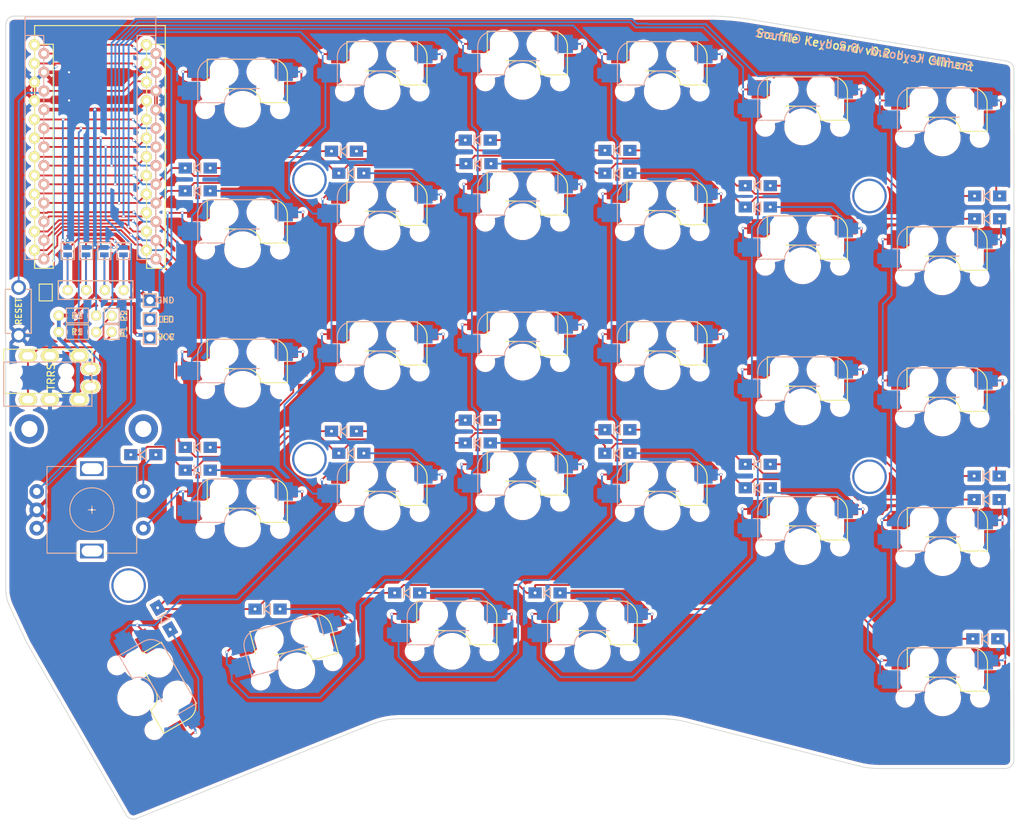
<source format=kicad_pcb>
(kicad_pcb (version 20211014) (generator pcbnew)
  (layers (0 "F.Cu" signal) (31 "B.Cu" signal) (34 "B.Paste" user) (35 "F.Paste" user) (36 "B.SilkS" user "B.Silkscreen") (37 "F.SilkS" user "F.Silkscreen") (38 "B.Mask" user) (39 "F.Mask" user) (44 "Edge.Cuts" user))
  (net 0 "")
  (net 1 "Net-(D1-Pad2)")
  (net 2 "row4")
  (net 3 "Net-(D2-Pad2)")
  (net 4 "Net-(D3-Pad2)")
  (net 5 "row0")
  (net 6 "Net-(D4-Pad2)")
  (net 7 "row1")
  (net 8 "Net-(D5-Pad2)")
  (net 9 "row2")
  (net 10 "Net-(D6-Pad2)")
  (net 11 "row3")
  (net 12 "Net-(D7-Pad2)")
  (net 13 "Net-(D8-Pad2)")
  (net 14 "Net-(D9-Pad2)")
  (net 15 "Net-(D10-Pad2)")
  (net 16 "Net-(D11-Pad2)")
  (net 17 "Net-(D12-Pad2)")
  (net 18 "Net-(D13-Pad2)")
  (net 19 "Net-(D14-Pad2)")
  (net 20 "Net-(D15-Pad2)")
  (net 21 "Net-(D16-Pad2)")
  (net 22 "Net-(D17-Pad2)")
  (net 23 "Net-(D18-Pad2)")
  (net 24 "Net-(D19-Pad2)")
  (net 25 "Net-(D20-Pad2)")
  (net 26 "Net-(D21-Pad2)")
  (net 27 "Net-(D22-Pad2)")
  (net 28 "Net-(D23-Pad2)")
  (net 29 "Net-(D24-Pad2)")
  (net 30 "Net-(D26-Pad2)")
  (net 31 "Net-(D27-Pad2)")
  (net 32 "Net-(D28-Pad2)")
  (net 33 "VCC")
  (net 34 "GND")
  (net 35 "col0")
  (net 36 "col1")
  (net 37 "col2")
  (net 38 "col3")
  (net 39 "col4")
  (net 40 "SDA")
  (net 41 "LED")
  (net 42 "SCL")
  (net 43 "RESET")
  (net 44 "Net-(D29-Pad2)")
  (net 45 "Net-(U1-Pad24)")
  (net 46 "Net-(U1-Pad7)")
  (net 47 "DATA")
  (net 48 "Net-(J3-Pad1)")
  (net 49 "Net-(J3-Pad2)")
  (net 50 "Net-(J3-Pad3)")
  (net 51 "Net-(J3-Pad4)")
  (net 52 "Net-(D30-Pad2)")
  (net 53 "SW25B")
  (net 54 "SW25A")
  (net 55 "ENCB")
  (net 56 "ENCA")
  (net 57 "/i2c_c")
  (net 58 "/i2c_d")
  (footprint "SofleKeyboard-footprint:RESISTOR_mini" (layer "F.Cu") (at 98.039272 80.311965)
    (fp_text reference "R1")
    (fp_text value "R" hide)
  )
  (footprint "SofleKeyboard-footprint:RESISTOR_mini" (layer "F.Cu") (at 98.039272 78.061965)
    (fp_text reference "R2")
    (fp_text value "R" hide)
  )
  (footprint "SofleKeyboard-footprint:MJ-4PP-9" (layer "F.Cu") (at 88 85.65 90)
    (fp_text reference "J2")
    (fp_text value "4PIN" hide)
  )
  (footprint "SofleKeyboard-footprint:1pin_conn" (layer "F.Cu") (at 102.7 80.3 -90)
    (fp_text reference "P1")
    (fp_text value "i2c_pin" hide)
  )
  (footprint "SofleKeyboard-footprint:1pin_conn" (layer "F.Cu") (at 102.7 78.1 -90)
    (fp_text reference "P2")
    (fp_text value "i2c_pin" hide)
  )
  (footprint "SofleKeyboard-footprint:HOLE_M2_TH" (layer "F.Cu") (at 129.6 59.6)
    (fp_text reference "TH3" hide)
    (fp_text value "HOLE" hide)
  )
  (footprint "SofleKeyboard-footprint:HOLE_M2_TH" (layer "F.Cu") (at 205.8 61.8)
    (fp_text reference "TH4" hide)
    (fp_text value "HOLE" hide)
  )
  (footprint "SofleKeyboard-footprint:HOLE_M2_TH" (layer "F.Cu") (at 129.6 97.6)
    (fp_text reference "TH5" hide)
    (fp_text value "HOLE" hide)
  )
  (footprint "SofleKeyboard-footprint:HOLE_M2_TH" (layer "F.Cu") (at 205.8 100)
    (fp_text reference "TH6" hide)
    (fp_text value "HOLE" hide)
  )
  (footprint "SofleKeyboard-footprint:HOLE_M2_TH" (layer "F.Cu") (at 105 114.8 90)
    (fp_text reference "TH7" hide)
    (fp_text value "HOLE" hide)
  )
  (footprint "SofleKeyboard-footprint:ProMicro" (layer "F.Cu") (at 101 56)
    (fp_text reference "U1" hide)
    (fp_text value "ProMicro" hide)
  )
  (footprint "SofleKeyboard-footprint:Jumper" (layer "F.Cu") (at 104.3 69.3 90)
    (fp_text reference "JP1" hide)
    (fp_text value "Jumper_NO_Small" hide)
  )
  (footprint "SofleKeyboard-footprint:Jumper" (layer "F.Cu") (at 101.7 69.3 90)
    (fp_text reference "JP2" hide)
    (fp_text value "Jumper_NO_Small" hide)
  )
  (footprint "SofleKeyboard-footprint:Jumper" (layer "F.Cu") (at 99.2 69.3 90)
    (fp_text reference "JP3" hide)
    (fp_text value "Jumper_NO_Small" hide)
  )
  (footprint "SofleKeyboard-footprint:TACT_SWITCH_TVBP06" (layer "F.Cu") (at 90.043 77.5 90)
    (fp_text reference "RSW1" hide)
    (fp_text value "SW_RST" hide)
  )
  (footprint "SofleKeyboard-footprint:jumper_data" (layer "F.Cu") (at 93.726 74.93 -90)
    (fp_text reference "W1" hide)
    (fp_text value "jumper" hide)
  )
  (footprint "SofleKeyboard-footprint:Diode_SOD123" (layer "F.Cu") (at 114.4 58)
    (fp_text reference "D1" hide)
    (fp_text value "D" hide)
  )
  (footprint "SofleKeyboard-footprint:Diode_SOD123" (layer "F.Cu") (at 134.3 55.7)
    (fp_text reference "D2" hide)
    (fp_text value "D" hide)
  )
  (footprint "SofleKeyboard-footprint:Diode_SOD123" (layer "F.Cu") (at 152.5 54.2)
    (fp_text reference "D3" hide)
    (fp_text value "D" hide)
  )
  (footprint "SofleKeyboard-footprint:Diode_SOD123" (layer "F.Cu") (at 171.5 55.6)
    (fp_text reference "D4" hide)
    (fp_text value "D" hide)
  )
  (footprint "SofleKeyboard-footprint:Diode_SOD123" (layer "F.Cu") (at 190.6 60.4)
    (fp_text reference "D5" hide)
    (fp_text value "D" hide)
  )
  (footprint "SofleKeyboard-footprint:Diode_SOD123" (layer "F.Cu") (at 221.8 61.8)
    (fp_text reference "D6" hide)
    (fp_text value "D" hide)
  )
  (footprint "SofleKeyboard-footprint:Diode_SOD123" (layer "F.Cu") (at 114.4 61.1)
    (fp_text reference "D7" hide)
    (fp_text value "D" hide)
  )
  (footprint "SofleKeyboard-footprint:Diode_SOD123" (layer "F.Cu") (at 135.3 58.7)
    (fp_text reference "D8" hide)
    (fp_text value "D" hide)
  )
  (footprint "SofleKeyboard-footprint:Diode_SOD123" (layer "F.Cu") (at 152.6 57.4)
    (fp_text reference "D9" hide)
    (fp_text value "D" hide)
  )
  (footprint "SofleKeyboard-footprint:Diode_SOD123" (layer "F.Cu") (at 171.5 58.7)
    (fp_text reference "D10" hide)
    (fp_text value "D" hide)
  )
  (footprint "SofleKeyboard-footprint:Diode_SOD123" (layer "F.Cu") (at 190.6 63.3)
    (fp_text reference "D11" hide)
    (fp_text value "D" hide)
  )
  (footprint "SofleKeyboard-footprint:Diode_SOD123" (layer "F.Cu") (at 221.8 64.9)
    (fp_text reference "D12" hide)
    (fp_text value "D" hide)
  )
  (footprint "SofleKeyboard-footprint:Diode_SOD123" (layer "F.Cu") (at 114.4 96)
    (fp_text reference "D13" hide)
    (fp_text value "D" hide)
  )
  (footprint "SofleKeyboard-footprint:Diode_SOD123" (layer "F.Cu") (at 134.3 93.8)
    (fp_text reference "D14" hide)
    (fp_text value "D" hide)
  )
  (footprint "SofleKeyboard-footprint:Diode_SOD123" (layer "F.Cu") (at 152.5 92.3)
    (fp_text reference "D15" hide)
    (fp_text value "D" hide)
  )
  (footprint "SofleKeyboard-footprint:Diode_SOD123" (layer "F.Cu") (at 171.5 93.6)
    (fp_text reference "D16" hide)
    (fp_text value "D" hide)
  )
  (footprint "SofleKeyboard-footprint:Diode_SOD123" (layer "F.Cu") (at 190.6 98.3)
    (fp_text reference "D17" hide)
    (fp_text value "D" hide)
  )
  (footprint "SofleKeyboard-footprint:Diode_SOD123" (layer "F.Cu") (at 221.742 99.9)
    (fp_text reference "D18" hide)
    (fp_text value "D" hide)
  )
  (footprint "SofleKeyboard-footprint:Diode_SOD123" (layer "F.Cu") (at 114.4 99.1)
    (fp_text reference "D19" hide)
    (fp_text value "D" hide)
  )
  (footprint "SofleKeyboard-footprint:Diode_SOD123" (layer "F.Cu") (at 135.3 96.8)
    (fp_text reference "D20" hide)
    (fp_text value "D" hide)
  )
  (footprint "SofleKeyboard-footprint:Diode_SOD123" (layer "F.Cu") (at 152.5 95.4)
    (fp_text reference "D21" hide)
    (fp_text value "D" hide)
  )
  (footprint "SofleKeyboard-footprint:Diode_SOD123" (layer "F.Cu") (at 171.5 96.8)
    (fp_text reference "D22" hide)
    (fp_text value "D" hide)
  )
  (footprint "SofleKeyboard-footprint:Diode_SOD123" (layer "F.Cu") (at 190.6 101.5)
    (fp_text reference "D23" hide)
    (fp_text value "D" hide)
  )
  (footprint "SofleKeyboard-footprint:Diode_SOD123" (layer "F.Cu") (at 221.742 103.1)
    (fp_text reference "D24" hide)
    (fp_text value "D" hide)
  )
  (footprint "SofleKeyboard-footprint:Diode_SOD123" (layer "F.Cu") (at 107 97)
    (fp_text reference "D25" hide)
    (fp_text value "D" hide)
  )
  (footprint "SofleKeyboard-footprint:Diode_SOD123" (layer "F.Cu") (at 109.8 119.3 -60)
    (fp_text reference "D26" hide)
    (fp_text value "D" hide)
  )
  (footprint "SofleKeyboard-footprint:Diode_SOD123" (layer "F.Cu") (at 123.9 118)
    (fp_text reference "D27" hide)
    (fp_text value "D" hide)
  )
  (footprint "SofleKeyboard-footprint:Diode_SOD123" (layer "F.Cu") (at 142.9 115.8)
    (fp_text reference "D28" hide)
    (fp_text value "D" hide)
  )
  (footprint "SofleKeyboard-footprint:Diode_SOD123" (layer "F.Cu") (at 162 115.8)
    (fp_text reference "D29" hide)
    (fp_text value "D" hide)
  )
  (footprint "SofleKeyboard-footprint:CherryMX_Hotswap_mod" (layer "F.Cu") (at 120.5 50)
    (fp_text reference "SW1" hide)
    (fp_text value "SW_PUSH" hide)
  )
  (footprint "SofleKeyboard-footprint:CherryMX_Hotswap_mod" (layer "F.Cu") (at 139.5 47.6)
    (fp_text reference "SW2" hide)
    (fp_text value "SW_PUSH" hide)
  )
  (footprint "SofleKeyboard-footprint:CherryMX_Hotswap_mod" (layer "F.Cu") (at 158.6 46.21)
    (fp_text reference "SW3" hide)
    (fp_text value "SW_PUSH" hide)
  )
  (footprint "SofleKeyboard-footprint:CherryMX_Hotswap_mod" (layer "F.Cu") (at 177.6 47.6)
    (fp_text reference "SW4" hide)
    (fp_text value "SW_PUSH" hide)
  )
  (footprint "SofleKeyboard-footprint:CherryMX_Hotswap_mod" (layer "F.Cu") (at 196.7 52.4)
    (fp_text reference "SW5" hide)
    (fp_text value "SW_PUSH" hide)
  )
  (footprint "SofleKeyboard-footprint:CherryMX_Hotswap_mod" (layer "F.Cu") (at 215.7 53.9)
    (fp_text reference "SW6" hide)
    (fp_text value "SW_PUSH" hide)
  )
  (footprint "SofleKeyboard-footprint:CherryMX_Hotswap_mod" (layer "F.Cu") (at 120.5 69.1)
    (fp_text reference "SW7" hide)
    (fp_text value "SW_PUSH" hide)
  )
  (footprint "SofleKeyboard-footprint:CherryMX_Hotswap_mod" (layer "F.Cu") (at 139.5 66.7)
    (fp_text reference "SW8" hide)
    (fp_text value "SW_PUSH" hide)
  )
  (footprint "SofleKeyboard-footprint:CherryMX_Hotswap_mod" (layer "F.Cu") (at 158.6 65.3)
    (fp_text reference "SW9" hide)
    (fp_text value "SW_PUSH" hide)
  )
  (footprint "SofleKeyboard-footprint:CherryMX_Hotswap_mod" (layer "F.Cu") (at 177.6 66.6)
    (fp_text reference "SW10" hide)
    (fp_text value "SW_PUSH" hide)
  )
  (footprint "SofleKeyboard-footprint:CherryMX_Hotswap_mod" (layer "F.Cu") (at 196.7 71.3)
    (fp_text reference "SW11" hide)
    (fp_text value "SW_PUSH" hide)
  )
  (footprint "SofleKeyboard-footprint:CherryMX_Hotswap_mod" (layer "F.Cu") (at 215.7 72.8)
    (fp_text reference "SW12" hide)
    (fp_text value "SW_PUSH" hide)
  )
  (footprint "SofleKeyboard-footprint:CherryMX_Hotswap_mod" (layer "F.Cu") (at 120.5 88.1)
    (fp_text reference "SW13" hide)
    (fp_text value "SW_PUSH" hide)
  )
  (footprint "SofleKeyboard-footprint:CherryMX_Hotswap_mod" (layer "F.Cu") (at 139.5 85.7)
    (fp_text reference "SW14" hide)
    (fp_text value "SW_PUSH" hide)
  )
  (footprint "SofleKeyboard-footprint:CherryMX_Hotswap_mod" (layer "F.Cu") (at 158.6 84.4)
    (fp_text reference "SW15" hide)
    (fp_text value "SW_PUSH" hide)
  )
  (footprint "SofleKeyboard-footprint:CherryMX_Hotswap_mod" (layer "F.Cu") (at 177.6 85.7)
    (fp_text reference "SW16" hide)
    (fp_text value "SW_PUSH" hide)
  )
  (footprint "SofleKeyboard-footprint:CherryMX_Hotswap_mod" (layer "F.Cu") (at 196.7 90.5)
    (fp_text reference "SW17" hide)
    (fp_text value "SW_PUSH" hide)
  )
  (footprint "SofleKeyboard-footprint:CherryMX_Hotswap_mod" (layer "F.Cu") (at 215.7 92)
    (fp_text reference "SW18" hide)
    (fp_text value "SW_PUSH" hide)
  )
  (footprint "SofleKeyboard-footprint:CherryMX_Hotswap_mod" (layer "F.Cu") (at 120.5 107.1)
    (fp_text reference "SW19" hide)
    (fp_text value "SW_PUSH" hide)
  )
  (footprint "SofleKeyboard-footprint:CherryMX_Hotswap_mod" (layer "F.Cu") (at 139.5 104.8)
    (fp_text reference "SW20" hide)
    (fp_text value "SW_PUSH" hide)
  )
  (footprint "SofleKeyboard-footprint:CherryMX_Hotswap_mod" (layer "F.Cu") (at 158.6 103.4)
    (fp_text reference "SW21" hide)
    (fp_text value "SW_PUSH" hide)
  )
  (footprint "SofleKeyboard-footprint:CherryMX_Hotswap_mod" (layer "F.Cu") (at 177.6 104.8)
    (fp_text reference "SW22" hide)
    (fp_text value "SW_PUSH" hide)
  )
  (footprint "SofleKeyboard-footprint:CherryMX_Hotswap_mod" (layer "F.Cu") (at 196.7 109.5)
    (fp_text reference "SW23" hide)
    (fp_text value "SW_PUSH" hide)
  )
  (footprint "SofleKeyboard-footprint:CherryMX_Hotswap_mod" (layer "F.Cu") (at 215.75 111)
    (fp_text reference "SW24" hide)
    (fp_text value "SW_PUSH" hide)
  )
  (footprint "SofleKeyboard-footprint:CherryMX_Hotswap_1.5_mod" (layer "F.Cu") (at 105.96 130.07 -60)
    (fp_text reference "SW26" hide)
    (fp_text value "SW_PUSH" hide)
  )
  (footprint "SofleKeyboard-footprint:CherryMX_Hotswap_mod" (layer "F.Cu") (at 127.88 126.42 15)
    (fp_text reference "SW27" hide)
    (fp_text value "SW_PUSH" hide)
  )
  (footprint "SofleKeyboard-footprint:CherryMX_Hotswap_mod" (layer "F.Cu") (at 149 123.75)
    (fp_text reference "SW28" hide)
    (fp_text value "SW_PUSH" hide)
  )
  (footprint "SofleKeyboard-footprint:CherryMX_Hotswap_mod" (layer "F.Cu") (at 168.1 123.75)
    (fp_text reference "SW29" hide)
    (fp_text value "SW_PUSH" hide)
  )
  (footprint "SofleKeyboard-footprint:M2_HOLE_PCB" (layer "F.Cu") (at 91.5 93.5)
    (fp_text reference "TH1" hide)
    (fp_text value "HOLE")
  )
  (footprint "SofleKeyboard-footprint:Jumper" (layer "F.Cu") (at 96.7 69.3 90)
    (fp_text reference "JP4" hide)
    (fp_text value "Jumper_NO_Small" hide)
  )
  (footprint "SofleKeyboard-footprint:LED" (layer "F.Cu") (at 107.9 81.1 180)
    (fp_text reference "J1" hide)
    (fp_text value "LED" hide)
  )
  (footprint "SofleKeyboard-footprint:OLED_4Pin" (layer "F.Cu") (at 96.7 74.6)
    (fp_text reference "J3" hide)
    (fp_text value "OLED" hide)
  )
  (footprint "SofleKeyboard-footprint:Diode_SOD123" (layer "F.Cu") (at 221.566 122.047)
    (fp_text reference "D30" hide)
    (fp_text value "D" hide)
  )
  (footprint "SofleKeyboard-footprint:CherryMX_Hotswap_mod" (layer "F.Cu") (at 215.7476 130.073401)
    (fp_text reference "SW30" hide)
    (fp_text value "SW_PUSH" hide)
  )
  (footprint "SofleKeyboard-footprint:M2_HOLE_PCB" (layer "F.Cu") (at 107 93.5)
    (fp_text reference "TH2" hide)
    (fp_text value "HOLE")
  )
  (footprint "SofleKeyboard-footprint:RotaryEncoder_Alps_EC11E-Switch_Vertical_H20mm-keebio_modified" (layer "F.Cu") (at 100 104.5)
    (fp_text reference "SW25" hide)
    (fp_text value "Rotary_Encoder_Switch")
  )
  (footprint "SofleKeyboard-footprint:Jumper" (layer "B.Cu") (at 101.7 69.3 90)
    (fp_text reference "JP6" hide)
    (fp_text value "Jumper_NO_Small" hide)
  )
  (footprint "SofleKeyboard-footprint:Jumper" (layer "B.Cu") (at 99.2 69.3 90)
    (fp_text reference "JP7" hide)
    (fp_text value "Jumper_NO_Small" hide)
  )
  (footprint "SofleKeyboard-footprint:Jumper" (layer "B.Cu") (at 96.7 69.3 90)
    (fp_text reference "JP8" hide)
    (fp_text value "Jumper_NO_Small" hide)
  )
  (footprint "SofleKeyboard-footprint:Jumper" (layer "B.Cu") (at 104.3 69.3 90)
    (fp_text reference "JP5" hide)
    (fp_text value "Jumper_NO_Small" hide)
  )
  (gr_line (start 224.1296 139.7) (end 223.901 139.7) (layer "Edge.Cuts") (width 0.1))
  (gr_line (start 204.009451 139.2664) (end 181.165009 133.42648) (layer "Edge.Cuts") (width 0.1))
  (gr_line (start 104.918207 146.31232) (end 104.77107 146.16833) (layer "Edge.Cuts") (width 0.1))
  (gr_line (start 88.310437 115.822758) (end 88.284057 115.503472) (layer "Edge.Cuts") (width 0.1))
  (gr_line (start 177.892978 132.923912) (end 177.4063 132.915912) (layer "Edge.Cuts") (width 0.1))
  (gr_line (start 225.283881 43.997807) (end 225.370281 44.178672) (layer "Edge.Cuts") (width 0.1))
  (gr_line (start 140.499606 133.020102) (end 140.020141 133.100702) (layer "Edge.Cuts") (width 0.1))
  (gr_line (start 88.364377 38.029014) (end 88.47059 37.833327) (layer "Edge.Cuts") (width 0.1))
  (gr_line (start 140.020141 133.100702) (end 139.545048 133.204021) (layer "Edge.Cuts") (width 0.1))
  (gr_line (start 105.086149 146.42628) (end 104.918207 146.31232) (layer "Edge.Cuts") (width 0.1))
  (gr_line (start 105.668308 146.57198) (end 105.465848 146.55768) (layer "Edge.Cuts") (width 0.1))
  (gr_line (start 205.594911 139.5931) (end 204.7971 139.4567) (layer "Edge.Cuts") (width 0.1))
  (gr_line (start 141.468402 132.927502) (end 140.982629 132.962302) (layer "Edge.Cuts") (width 0.1))
  (gr_line (start 139.545048 133.204021) (end 139.07514 133.329881) (layer "Edge.Cuts") (width 0.1))
  (gr_line (start 88.273857 38.477435) (end 88.297257 38.245261) (layer "Edge.Cuts") (width 0.1))
  (gr_line (start 89.19368 37.348815) (end 89.425853 37.325405) (layer "Edge.Cuts") (width 0.1))
  (gr_line (start 178.366503 132.948012) (end 177.892978 132.923912) (layer "Edge.Cuts") (width 0.1))
  (gr_line (start 88.588327 117.068869) (end 88.493317 116.763407) (layer "Edge.Cuts") (width 0.1))
  (gr_line (start 88.275257 115.182495) (end 88.273857 38.477435) (layer "Edge.Cuts") (width 0.1))
  (gr_line (start 225.423881 138.752566) (end 225.363481 138.958835) (layer "Edge.Cuts") (width 0.1))
  (gr_line (start 225.424381 44.374571) (end 225.443181 44.581902) (layer "Edge.Cuts") (width 0.1))
  (gr_line (start 225.363481 138.958835) (end 225.267481 139.147435) (layer "Edge.Cuts") (width 0.1))
  (gr_line (start 141.956108 132.915912) (end 141.468402 132.927502) (layer "Edge.Cuts") (width 0.1))
  (gr_line (start 178.83867 132.988112) (end 178.366503 132.948012) (layer "Edge.Cuts") (width 0.1))
  (gr_line (start 88.977436 37.415945) (end 89.19368 37.348815) (layer "Edge.Cuts") (width 0.1))
  (gr_line (start 88.297257 38.245261) (end 88.364377 38.029014) (layer "Edge.Cuts") (width 0.1))
  (gr_line (start 207.2005 139.7) (end 206.40012 139.6752) (layer "Edge.Cuts") (width 0.1))
  (gr_line (start 224.803331 139.566104) (end 224.602601 139.642904) (layer "Edge.Cuts") (width 0.1))
  (gr_line (start 180.242991 133.203712) (end 179.777319 133.116012) (layer "Edge.Cuts") (width 0.1))
  (gr_line (start 138.154128 133.648551) (end 106.075202 146.48948) (layer "Edge.Cuts") (width 0.1))
  (gr_line (start 104.77107 146.16833) (end 104.649386 145.99593) (layer "Edge.Cuts") (width 0.1))
  (gr_line (start 225.4377 138.5443) (end 225.423881 138.752566) (layer "Edge.Cuts") (width 0.1))
  (gr_line (start 187.885731 37.54187) (end 188.910421 37.679776) (layer "Edge.Cuts") (width 0.1))
  (gr_line (start 88.284057 115.503472) (end 88.275257 115.182495) (layer "Edge.Cuts") (width 0.1))
  (gr_line (start 188.910421 37.679776) (end 224.475441 43.445146) (layer "Edge.Cuts") (width 0.1))
  (gr_line (start 91.129785 122.566908) (end 88.828479 117.66343) (layer "Edge.Cuts") (width 0.1))
  (gr_line (start 225.370281 44.178672) (end 225.424381 44.374571) (layer "Edge.Cuts") (width 0.1))
  (gr_line (start 180.705689 133.30724) (end 180.242991 133.203712) (layer "Edge.Cuts") (width 0.1))
  (gr_line (start 106.075202 146.48948) (end 105.872976 146.54978) (layer "Edge.Cuts") (width 0.1))
  (gr_line (start 179.309078 133.044112) (end 178.83867 132.988112) (layer "Edge.Cuts") (width 0.1))
  (gr_line (start 105.465848 146.55768) (end 105.270246 146.50858) (layer "Edge.Cuts") (width 0.1))
  (gr_line (start 181.165009 133.42648) (end 180.705689 133.30724) (layer "Edge.Cuts") (width 0.1))
  (gr_line (start 225.267481 139.147435) (end 225.139571 139.314255) (layer "Edge.Cuts") (width 0.1))
  (gr_line (start 88.493317 116.763407) (end 88.415227 116.453429) (layer "Edge.Cuts") (width 0.1))
  (gr_line (start 88.415227 116.453429) (end 88.354217 116.139644) (layer "Edge.Cuts") (width 0.1))
  (gr_line (start 88.828479 117.66343) (end 88.7001 117.369113) (layer "Edge.Cuts") (width 0.1))
  (gr_line (start 224.983591 139.455185) (end 224.803331 139.566104) (layer "Edge.Cuts") (width 0.1))
  (gr_line (start 186.716531 37.429255) (end 187.885731 37.54187) (layer "Edge.Cuts") (width 0.1))
  (gr_line (start 89.425853 37.325405) (end 184.510807 37.325485) (layer "Edge.Cuts") (width 0.1))
  (gr_line (start 224.385191 139.681504) (end 224.1296 139.7) (layer "Edge.Cuts") (width 0.1))
  (gr_line (start 179.777319 133.116012) (end 179.309078 133.044112) (layer "Edge.Cuts") (width 0.1))
  (gr_line (start 204.7971 139.4567) (end 204.009451 139.2664) (layer "Edge.Cuts") (width 0.1))
  (gr_line (start 224.861871 43.581466) (end 225.026621 43.6956) (layer "Edge.Cuts") (width 0.1))
  (gr_line (start 140.982629 132.962302) (end 140.499606 133.020102) (layer "Edge.Cuts") (width 0.1))
  (gr_line (start 91.174935 122.653408) (end 91.129785 122.566908) (layer "Edge.Cuts") (width 0.1))
  (gr_line (start 88.7001 117.369113) (end 88.588327 117.068869) (layer "Edge.Cuts") (width 0.1))
  (gr_line (start 185.544381 37.353325) (end 186.716531 37.429255) (layer "Edge.Cuts") (width 0.1))
  (gr_line (start 105.270246 146.50858) (end 105.086149 146.42628) (layer "Edge.Cuts") (width 0.1))
  (gr_line (start 223.901 139.7) (end 207.2005 139.7) (layer "Edge.Cuts") (width 0.1))
  (gr_line (start 225.139571 139.314255) (end 224.983591 139.455185) (layer "Edge.Cuts") (width 0.1))
  (gr_line (start 184.510807 37.325485) (end 185.544381 37.353325) (layer "Edge.Cuts") (width 0.1))
  (gr_line (start 225.026621 43.6956) (end 225.168321 43.835582) (layer "Edge.Cuts") (width 0.1))
  (gr_line (start 88.611259 37.662831) (end 88.781752 37.52216) (layer "Edge.Cuts") (width 0.1))
  (gr_line (start 177.4063 132.915912) (end 141.956108 132.915912) (layer "Edge.Cuts") (width 0.1))
  (gr_line (start 224.677111 43.496776) (end 224.861871 43.581466) (layer "Edge.Cuts") (width 0.1))
  (gr_line (start 224.602601 139.642904) (end 224.385191 139.681504) (layer "Edge.Cuts") (width 0.1))
  (gr_line (start 206.40012 139.6752) (end 205.594911 139.5931) (layer "Edge.Cuts") (width 0.1))
  (gr_line (start 88.47059 37.833327) (end 88.611259 37.662831) (layer "Edge.Cuts") (width 0.1))
  (gr_line (start 88.781752 37.52216) (end 88.977436 37.415945) (layer "Edge.Cuts") (width 0.1))
  (gr_line (start 225.443181 44.581902) (end 225.4377 138.5443) (layer "Edge.Cuts") (width 0.1))
  (gr_line (start 139.07514 133.329881) (end 138.61123 133.478101) (layer "Edge.Cuts") (width 0.1))
  (gr_line (start 225.168321 43.835582) (end 225.283881 43.997807) (layer "Edge.Cuts") (width 0.1))
  (gr_line (start 104.649386 145.99593) (end 91.174935 122.653408) (layer "Edge.Cuts") (width 0.1))
  (gr_line (start 105.872976 146.54978) (end 105.668308 146.57198) (layer "Edge.Cuts") (width 0.1))
  (gr_line (start 138.61123 133.478101) (end 138.154128 133.648551) (layer "Edge.Cuts") (width 0.1))
  (gr_line (start 88.354217 116.139644) (end 88.310437 115.822758) (layer "Edge.Cuts") (width 0.1))
  (gr_line (start 224.475441 43.445146) (end 224.677111 43.496776) (layer "Edge.Cuts") (width 0.1))
  (gr_text "Soufflé Keyboard v0.2 by J Climent" (at 205.1 41.9 -9) (layer "B.SilkS") (effects (font (size 1.1 1.1) (thickness 0.2)) (justify mirror)))
  (gr_text "Soufflé Keyboard v0.2 by J Climent\n" (at 205.1431 41.9354 -9) (layer "F.SilkS") (effects (font (size 1.1 1.1) (thickness 0.2))))
  (segment (start 126.492 51.562) (end 120.054 58) (width 0.25) (layer "F.Cu") (net 1))
  (segment (start 129 47.5) (end 127.44 47.5) (width 0.25) (layer "F.Cu") (net 1))
  (segment (start 128.5 46.36) (end 127.4 47.46) (width 0.25) (layer "F.Cu") (net 1))
  (segment (start 127.4 50.654) (end 126.492 51.562) (width 0.25) (layer "F.Cu") (net 1))
  (segment (start 127.44 47.5) (end 127.4 47.46) (width 0.25) (layer "F.Cu") (net 1))
  (segment (start 127.4 47.46) (end 127.4 50.654) (width 0.25) (layer "F.Cu") (net 1))
  (segment (start 120.054 58) (end 116.1 58) (width 0.25) (layer "F.Cu") (net 1))
  (segment (start 128.5 44.9) (end 128.5 46.36) (width 0.25) (layer "F.Cu") (net 1))
  (via (at 128.5 44.9) (size 0.4) (drill 0.3) (layers "F.Cu" "B.Cu") (net 1))
  (segment (start 127.7 44.9) (end 128.5 44.9) (width 0.25) (layer "B.Cu") (net 1))
  (segment (start 127.68 44.92) (end 127.7 44.9) (width 0.25) (layer "B.Cu") (net 1))
  (segment (start 126.1 44.92) (end 127.68 44.92) (width 0.25) (layer "B.Cu") (net 1))
  (segment (start 105.300001 67.100001) (end 105.300001 67.100001) (width 0.25) (layer "F.Cu") (net 2))
  (segment (start 203.72815 118.00135) (end 176.65135 118.00135) (width 0.25) (layer "F.Cu") (net 2))
  (segment (start 207.8246 122.047) (end 219.866 122.047) (width 0.25) (layer "F.Cu") (net 2))
  (segment (start 173.374999 114.724999) (end 176.65135 118.00135) (width 0.25) (layer "F.Cu") (net 2))
  (segment (start 94.8 67.14097) (end 95.940948 66.000022) (width 0.25) (layer "F.Cu") (net 2))
  (segment (start 107.525001 95.924999) (end 106.45 97) (width 0.25) (layer "F.Cu") (net 2))
  (segment (start 124.55 115.8) (end 122.35 118) (width 0.25) (layer "F.Cu") (net 2))
  (segment (start 105.127834 66.87217) (end 105.327833 67.072169) (width 0.25) (layer "F.Cu") (net 2))
  (segment (start 160.375001 114.724999) (end 173.374999 114.724999) (width 0.25) (layer "F.Cu") (net 2))
  (segment (start 95.940948 66.000022) (end 104.255686 66.000022) (width 0.25) (layer "F.Cu") (net 2))
  (segment (start 109.924021 95.924999) (end 110.825001 96.825979) (width 0.25) (layer "F.Cu") (net 2))
  (segment (start 110.6 87.349998) (end 110.6 74.718176) (width 0.25) (layer "F.Cu") (net 2))
  (segment (start 160.3 115.8) (end 159.15 115.8) (width 0.25) (layer "F.Cu") (net 2))
  (segment (start 141.2 115.8) (end 124.55 115.8) (width 0.25) (layer "F.Cu") (net 2))
  (segment (start 110.6 74.718176) (end 111.1 74.218176) (width 0.25) (layer "F.Cu") (net 2))
  (segment (start 109.122243 118) (end 108.95 117.827757) (width 0.25) (layer "F.Cu") (net 2))
  (segment (start 110.825001 115.952756) (end 110.825001 97.137499) (width 0.25) (layer "F.Cu") (net 2))
  (segment (start 110.825001 96.825979) (end 110.825001 97.137499) (width 0.25) (layer "F.Cu") (net 2))
  (segment (start 111.1 72.74693) (end 108.718815 70.365745) (width 0.25) (layer "F.Cu") (net 2))
  (segment (start 110.825001 87.574999) (end 110.825001 88.9) (width 0.25) (layer "F.Cu") (net 2))
  (segment (start 142.425001 114.724999) (end 141.35 115.8) (width 0.25) (layer "F.Cu") (net 2))
  (segment (start 141.35 115.8) (end 141.2 115.8) (width 0.25) (layer "F.Cu") (net 2))
  (segment (start 159.15 115.8) (end 158.074999 114.724999) (width 0.25) (layer "F.Cu") (net 2))
  (segment (start 93.83 69.17) (end 94.8 68.2) (width 0.25) (layer "F.Cu") (net 2))
  (segment (start 110.825001 87.574999) (end 110.6 87.349998) (width 0.25) (layer "F.Cu") (net 2))
  (segment (start 108.95 117.827757) (end 110.825001 115.952756) (width 0.25) (layer "F.Cu") (net 2))
  (segment (start 92.18 69.17) (end 93.83 69.17) (width 0.25) (layer "F.Cu") (net 2))
  (segment (start 110.825001 97.137499) (end 110.825001 96.325001) (width 0.25) (layer "F.Cu") (net 2))
  (segment (start 110.825001 96.325001) (end 110.825001 88.9) (width 0.25) (layer "F.Cu") (net 2))
  (segment (start 94.8 68.2) (end 94.8 67.14097) (width 0.25) (layer "F.Cu") (net 2))
  (segment (start 106.45 97) (end 105.3 97) (width 0.25) (layer "F.Cu") (net 2))
  (segment (start 207.7992 122.0724) (end 207.8246 122.047) (width 0.25) (layer "F.Cu") (net 2))
  (segment (start 207.7992 122.0724) (end 203.72815 118.00135) (width 0.25) (layer "F.Cu") (net 2))
  (segment (start 122.2 118) (end 109.122243 118) (width 0.25) (layer "F.Cu") (net 2))
  (segment (start 104.255686 66.000022) (end 105.127834 66.87217) (width 0.25) (layer "F.Cu") (net 2))
  (segment (start 110.825001 88.9) (end 110.825001 88.825001) (width 0.25) (layer "F.Cu") (net 2))
  (segment (start 158.074999 114.724999) (end 142.425001 114.724999) (width 0.25) (layer "F.Cu") (net 2))
  (segment (start 111.1 74.218176) (end 111.1 72.74693) (width 0.25) (layer "F.Cu") (net 2))
  (segment (start 160.3 114.8) (end 160.375001 114.724999) (width 0.25) (layer "F.Cu") (net 2))
  (segment (start 160.3 115.8) (end 160.3 114.8) (width 0.25) (layer "F.Cu") (net 2))
  (segment (start 122.35 118) (end 122.2 118) (width 0.25) (layer "F.Cu") (net 2))
  (segment (start 109.924021 95.924999) (end 107.525001 95.924999) (width 0.25) (layer "F.Cu") (net 2))
  (via (at 105.327833 67.072169) (size 0.4) (drill 0.3) (layers "F.Cu" "B.Cu") (net 2))
  (segment (start 106.2 69.8) (end 106.2 67.944336) (width 0.25) (layer "B.Cu") (net 2))
  (segment (start 108.77 70.37) (end 106.77 70.37) (width 0.25) (layer "B.Cu") (net 2))
  (segment (start 106.77 70.37) (end 106.2 69.8) (width 0.25) (layer "B.Cu") (net 2))
  (segment (start 105.527832 67.272168) (end 105.327833 67.072169) (width 0.25) (layer "B.Cu") (net 2))
  (segment (start 106.2 67.944336) (end 105.527832 67.272168) (width 0.25) (layer "B.Cu") (net 2))
  (segment (start 146.558 48.006) (end 138.864 55.7) (width 0.25) (layer "F.Cu") (net 3))
  (segment (start 148 45.1) (end 146.44 45.1) (width 0.25) (layer "F.Cu") (net 3))
  (segment (start 147.6 43.86) (end 146.4 45.06) (width 0.25) (layer "F.Cu") (net 3))
  (segment (start 146.44 45.1) (end 146.4 45.06) (width 0.25) (layer "F.Cu") (net 3))
  (segment (start 138.864 55.7) (end 136 55.7) (width 0.25) (layer "F.Cu") (net 3))
  (segment (start 147.6 42.5) (end 147.6 43.86) (width 0.25) (layer "F.Cu") (net 3))
  (segment (start 146.558 45.218) (end 146.558 48.006) (width 0.25) (layer "F.Cu") (net 3))
  (via (at 147.6 42.5) (size 0.4) (drill 0.3) (layers "F.Cu" "B.Cu") (net 3))
  (segment (start 146.68 42.52) (end 146.7 42.5) (width 0.25) (layer "B.Cu") (net 3))
  (segment (start 145.1 42.52) (end 146.68 42.52) (width 0.25) (layer "B.Cu") (net 3))
  (segment (start 146.7 42.5) (end 147.6 42.5) (width 0.25) (layer "B.Cu") (net 3))
  (segment (start 167.1 43.71) (end 165.54 43.71) (width 0.25) (layer "F.Cu") (net 4))
  (segment (start 154.2 54.2) (end 157.89 54.2) (width 0.25) (layer "F.Cu") (net 4))
  (segment (start 165.5 46.59) (end 165.5 43.66) (width 0.25) (layer "F.Cu") (net 4))
  (segment (start 166.7 42.47) (end 165.5 43.67) (width 0.25) (layer "F.Cu") (net 4))
  (segment (start 157.89 54.2) (end 165.5 46.59) (width 0.25) (layer "F.Cu") (net 4))
  (segment (start 166.7 41.1) (end 166.7 42.47) (width 0.25) (layer "F.Cu") (net 4))
  (segment (start 165.54 43.71) (end 165.5 43.67) (width 0.25) (layer "F.Cu") (net 4))
  (via (at 166.7 41.1) (size 0.4) (drill 0.3) (layers "F.Cu" "B.Cu") (net 4))
  (segment (start 165.78 41.13) (end 165.8 41.11) (width 0.25) (layer "B.Cu") (net 4))
  (segment (start 165.8 41.11) (end 166.69 41.11) (width 0.25) (layer "B.Cu") (net 4))
  (segment (start 164.2 41.13) (end 165.78 41.13) (width 0.25) (layer "B.Cu") (net 4))
  (segment (start 166.69 41.11) (end 166.7 41.1) (width 0.25) (layer "B.Cu") (net 4))
  (segment (start 201.644 61.5) (end 190.2 61.5) (width 0.25) (layer "F.Cu") (net 5))
  (segment (start 150.95 54.2) (end 150.8 54.2) (width 0.25) (layer "F.Cu") (net 5))
  (segment (start 189.1 60.4) (end 188.9 60.4) (width 0.25) (layer "F.Cu") (net 5))
  (segment (start 112.85 58) (end 112.7 58) (width 0.25) (layer "F.Cu") (net 5))
  (segment (start 110.92456 58) (end 108.718815 60.205745) (width 0.25) (layer "F.Cu") (net 5))
  (segment (start 207.6 58.8) (end 204.344 58.8) (width 0.25) (layer "F.Cu") (net 5))
  (segment (start 120.026001 59.075001) (end 113.925001 59.075001) (width 0.25) (layer "F.Cu") (net 5))
  (segment (start 132.6 55.7) (end 123.401002 55.7) (width 0.25) (layer "F.Cu") (net 5))
  (segment (start 152.3 55.55) (end 150.95 54.2) (width 0.25) (layer "F.Cu") (net 5))
  (segment (start 150.8 54.2) (end 149.65 54.2) (width 0.25) (layer "F.Cu") (net 5))
  (segment (start 92.18 59.01) (end 105.69 59.01) (width 0.25) (layer "F.Cu") (net 5))
  (segment (start 170 55.6) (end 169.8 55.6) (width 0.25) (layer "F.Cu") (net 5))
  (segment (start 132.75 55.7) (end 132.6 55.7) (width 0.25) (layer "F.Cu") (net 5))
  (segment (start 152.3 55.6) (end 152.3 55.55) (width 0.25) (layer "F.Cu") (net 5))
  (segment (start 190.2 61.5) (end 189.1 60.4) (width 0.25) (layer "F.Cu") (net 5))
  (segment (start 147.074999 56.775001) (end 133.825001 56.775001) (width 0.25) (layer "F.Cu") (net 5))
  (segment (start 123.401002 55.7) (end 120.026001 59.075001) (width 0.25) (layer "F.Cu") (net 5))
  (segment (start 220.1 61.8) (end 210.6 61.8) (width 0.25) (layer "F.Cu") (net 5))
  (segment (start 133.825001 56.775001) (end 132.75 55.7) (width 0.25) (layer "F.Cu") (net 5))
  (segment (start 113.925001 59.075001) (end 112.85 58) (width 0.25) (layer "F.Cu") (net 5))
  (segment (start 105.69 59.01) (end 105.7 59) (width 0.25) (layer "F.Cu") (net 5))
  (segment (start 149.65 54.2) (end 147.074999 56.775001) (width 0.25) (layer "F.Cu") (net 5))
  (segment (start 204.344 58.8) (end 201.644 61.5) (width 0.25) (layer "F.Cu") (net 5))
  (segment (start 184.05 56.7) (end 171.1 56.7) (width 0.25) (layer "F.Cu") (net 5))
  (segment (start 210.6 61.8) (end 207.6 58.8) (width 0.25) (layer "F.Cu") (net 5))
  (segment (start 169.8 55.6) (end 152.3 55.6) (width 0.25) (layer "F.Cu") (net 5))
  (segment (start 188.9 60.4) (end 187.75 60.4) (width 0.25) (layer "F.Cu") (net 5))
  (segment (start 187.75 60.4) (end 184.05 56.7) (width 0.25) (layer "F.Cu") (net 5))
  (segment (start 171.1 56.7) (end 170 55.6) (width 0.25) (layer "F.Cu") (net 5))
  (segment (start 112.7 58) (end 110.92456 58) (width 0.25) (layer "F.Cu") (net 5))
  (via (at 105.7 59) (size 0.4) (drill 0.3) (layers "F.Cu" "B.Cu") (net 5))
  (segment (start 108.77 60.21) (end 106.91 60.21) (width 0.25) (layer "B.Cu") (net 5))
  (segment (start 106.91 60.21) (end 105.899999 59.199999) (width 0.25) (layer "B.Cu") (net 5))
  (segment (start 105.899999 59.199999) (end 105.7 59) (width 0.25) (layer "B.Cu") (net 5))
  (segment (start 185.7 43.86) (end 184.5 45.06) (width 0.25) (layer "F.Cu") (net 6))
  (segment (start 184.54 45.1) (end 184.5 45.06) (width 0.25) (layer "F.Cu") (net 6))
  (segment (start 184.5 48.164) (end 184.5 45.06) (width 0.25) (layer "F.Cu") (net 6))
  (segment (start 177.064 55.6) (end 184.5 48.164) (width 0.25) (layer "F.Cu") (net 6))
  (segment (start 185.7 42.5) (end 185.7 43.86) (width 0.25) (layer "F.Cu") (net 6))
  (segment (start 186.1 45.1) (end 184.54 45.1) (width 0.25) (layer "F.Cu") (net 6))
  (segment (start 173.2 55.6) (end 177.064 55.6) (width 0.25) (layer "F.Cu") (net 6))
  (via (at 185.7 42.5) (size 0.4) (drill 0.3) (layers "F.Cu" "B.Cu") (net 6))
  (segment (start 183.2 42.52) (end 184.78 42.52) (width 0.25) (layer "B.Cu") (net 6))
  (segment (start 184.78 42.52) (end 184.8 42.5) (width 0.25) (layer "B.Cu") (net 6))
  (segment (start 184.8 42.5) (end 185.7 42.5) (width 0.25) (layer "B.Cu") (net 6))
  (segment (start 92.23 61.45) (end 105.25 61.45) (width 0.25) (layer "F.Cu") (net 7))
  (segment (start 152.075001 56.374999) (end 151.05 57.4) (width 0.25) (layer "F.Cu") (net 7))
  (segment (start 150.9 57.4) (end 150.7 57.6) (width 0.25) (layer "F.Cu") (net 7))
  (segment (start 119.712413 60.024999) (end 113.925001 60.024999) (width 0.25) (layer "F.Cu") (net 7))
  (segment (start 133.75 58.7) (end 133.6 58.7) (width 0.25) (layer "F.Cu") (net 7))
  (segment (start 204.6 64.9) (end 201.676 61.976) (width 0.25) (layer "F.Cu") (net 7))
  (segment (start 112.7 61.1) (end 110.36456 61.1) (width 0.25) (layer "F.Cu") (net 7))
  (segment (start 105.500001 61.700001) (end 105.7 61.9) (width 0.25) (layer "F.Cu") (net 7))
  (segment (start 188.75 63.3) (end 182.854 57.404) (width 0.25) (layer "F.Cu") (net 7))
  (segment (start 182.854 57.404) (end 171.296 57.404) (width 0.25) (layer "F.Cu") (net 7))
  (segment (start 151.05 57.4) (end 150.9 57.4) (width 0.25) (layer "F.Cu") (net 7))
  (segment (start 133.3 58.7) (end 131.1 56.5) (width 0.25) (layer "F.Cu") (net 7))
  (segment (start 188.9 63.3) (end 188.75 63.3) (width 0.25) (layer "F.Cu") (net 7))
  (segment (start 110.36456 61.1) (end 108.718815 62.745745) (width 0.25) (layer "F.Cu") (net 7))
  (segment (start 190.374 61.976) (end 189.05 63.3) (width 0.25) (layer "F.Cu") (net 7))
  (segment (start 134.85 57.6) (end 133.75 58.7) (width 0.25) (layer "F.Cu") (net 7))
  (segment (start 131.1 56.5) (end 123.237412 56.5) (width 0.25) (layer "F.Cu") (net 7))
  (segment (start 123.237412 56.5) (end 119.712413 60.024999) (width 0.25) (layer "F.Cu") (net 7))
  (segment (start 150.7 57.6) (end 134.85 57.6) (width 0.25) (layer "F.Cu") (net 7))
  (segment (start 169.8 58.7) (end 168.65 58.7) (width 0.25) (layer "F.Cu") (net 7))
  (segment (start 170 58.7) (end 169.8 58.7) (width 0.25) (layer "F.Cu") (net 7))
  (segment (start 168.65 58.7) (end 166.274999 56.324999) (width 0.25) (layer "F.Cu") (net 7))
  (segment (start 166.274999 56.324999) (end 152.075001 56.324999) (width 0.25) (layer "F.Cu") (net 7))
  (segment (start 201.676 61.976) (end 190.374 61.976) (width 0.25) (layer "F.Cu") (net 7))
  (segment (start 220.1 64.9) (end 204.6 64.9) (width 0.25) (layer "F.Cu") (net 7))
  (segment (start 171.296 57.404) (end 170 58.7) (width 0.25) (layer "F.Cu") (net 7))
  (segment (start 113.925001 60.024999) (end 112.85 61.1) (width 0.25) (layer "F.Cu") (net 7))
  (segment (start 152.075001 56.324999) (end 152.075001 56.374999) (width 0.25) (layer "F.Cu") (net 7))
  (segment (start 112.85 61.1) (end 112.7 61.1) (width 0.25) (layer "F.Cu") (net 7))
  (segment (start 189.05 63.3) (end 188.9 63.3) (width 0.25) (layer "F.Cu") (net 7))
  (segment (start 133.6 58.7) (end 133.3 58.7) (width 0.25) (layer "F.Cu") (net 7))
  (segment (start 105.25 61.45) (end 105.500001 61.700001) (width 0.25) (layer "F.Cu") (net 7))
  (via (at 105.7 61.9) (size 0.4) (drill 0.3) (layers "F.Cu" "B.Cu") (net 7))
  (segment (start 105.899999 62.099999) (end 105.7 61.9) (width 0.25) (layer "B.Cu") (net 7))
  (segment (start 108.77 62.75) (end 106.55 62.75) (width 0.25) (layer "B.Cu") (net 7))
  (segment (start 106.55 62.75) (end 105.899999 62.099999) (width 0.25) (layer "B.Cu") (net 7))
  (segment (start 205.2 49.9) (end 203.64 49.9) (width 0.25) (layer "F.Cu") (net 8))
  (segment (start 203.64 49.9) (end 203.6 49.86) (width 0.25) (layer "F.Cu") (net 8))
  (segment (start 204.7 48.76) (end 203.6 49.86) (width 0.25) (layer "F.Cu") (net 8))
  (segment (start 196.394 60.4) (end 203.6 53.194) (width 0.25) (layer "F.Cu") (net 8))
  (segment (start 204.7 47.3) (end 204.7 48.76) (width 0.25) (layer "F.Cu") (net 8))
  (segment (start 203.6 53.194) (end 203.6 49.86) (width 0.25) (layer "F.Cu") (net 8))
  (segment (start 192.3 60.4) (end 196.394 60.4) (width 0.25) (layer "F.Cu") (net 8))
  (via (at 204.7 47.3) (size 0.4) (drill 0.3) (layers "F.Cu" "B.Cu") (net 8))
  (segment (start 202.3 47.32) (end 203.88 47.32) (width 0.25) (layer "B.Cu") (net 8))
  (segment (start 203.88 47.32) (end 203.9 47.3) (width 0.25) (layer "B.Cu") (net 8))
  (segment (start 203.9 47.3) (end 204.7 47.3) (width 0.25) (layer "B.Cu") (net 8))
  (segment (start 160.1 93.6) (end 152.25 93.6) (width 0.25) (layer "F.Cu") (net 9))
  (segment (start 112.000022 74.590976) (end 112.000022 72.37413) (width 0.25) (layer "F.Cu") (net 9))
  (segment (start 133.85 94.9) (end 132.75 93.8) (width 0.25) (layer "F.Cu") (net 9))
  (segment (start 132.75 93.8) (end 132.6 93.8) (width 0.25) (layer "F.Cu") (net 9))
  (segment (start 203.736 97) (end 201.168 99.568) (width 0.25) (layer "F.Cu") (net 9))
  (segment (start 169.8 93.6) (end 160.1 93.6) (width 0.25) (layer "F.Cu") (net 9))
  (segment (start 109.480814 66.047744) (end 108.718815 65.285745) (width 0.25) (layer "F.Cu") (net 9))
  (segment (start 210 99.9) (end 207.1 97) (width 0.25) (layer "F.Cu") (net 9))
  (segment (start 112.8 96) (end 112.7 96) (width 0.25) (layer "F.Cu") (net 9))
  (segment (start 111.8 87.2) (end 111.500021 86.900021) (width 0.25) (layer "F.Cu") (net 9))
  (segment (start 150.8 92.3) (end 149.65 92.3) (width 0.25) (layer "F.Cu") (net 9))
  (segment (start 220.1 99.9) (end 210 99.9) (width 0.25) (layer "F.Cu") (net 9))
  (segment (start 114.082 97.282) (end 112.8 96) (width 0.25) (layer "F.Cu") (net 9))
  (segment (start 111.500021 75.090977) (end 112.000022 74.590976) (width 0.25) (layer "F.Cu") (net 9))
  (segment (start 188.9 98.3) (end 188.75 98.3) (width 0.25) (layer "F.Cu") (net 9))
  (segment (start 132.6 93.8) (end 126.418 93.8) (width 0.25) (layer "F.Cu") (net 9))
  (segment (start 190.05 98.3) (end 188.9 98.3) (width 0.25) (layer "F.Cu") (net 9))
  (segment (start 201.168 99.568) (end 191.318 99.568) (width 0.25) (layer "F.Cu") (net 9))
  (segment (start 149.65 92.3) (end 147.05 94.9) (width 0.25) (layer "F.Cu") (net 9))
  (segment (start 111.500021 86.900021) (end 111.500021 75.090977) (width 0.25) (layer "F.Cu") (net 9))
  (segment (start 112 72.374108) (end 112 68.56693) (width 0.25) (layer "F.Cu") (net 9))
  (segment (start 147.05 94.9) (end 133.85 94.9) (width 0.25) (layer "F.Cu") (net 9))
  (segment (start 122.936 97.282) (end 114.082 97.282) (width 0.25) (layer "F.Cu") (net 9))
  (segment (start 191.318 99.568) (end 190.05 98.3) (width 0.25) (layer "F.Cu") (net 9))
  (segment (start 188.75 98.3) (end 185.446 94.996) (width 0.25) (layer "F.Cu") (net 9))
  (segment (start 112.7 96) (end 111.8 95.1) (width 0.25) (layer "F.Cu") (net 9))
  (segment (start 93.995755 64) (end 105.417158 64) (width 0.25) (layer "F.Cu") (net 9))
  (segment (start 105.417158 64) (end 105.7 64) (width 0.25) (layer "F.Cu") (net 9))
  (segment (start 112 68.56693) (end 109.480814 66.047744) (width 0.25) (layer "F.Cu") (net 9))
  (segment (start 111.8 95.1) (end 111.8 87.2) (width 0.25) (layer "F.Cu") (net 9))
  (segment (start 150.95 92.3) (end 150.8 92.3) (width 0.25) (layer "F.Cu") (net 9))
  (segment (start 126.418 93.8) (end 122.936 97.282) (width 0.25) (layer "F.Cu") (net 9))
  (segment (start 171.396 94.996) (end 170 93.6) (width 0.25) (layer "F.Cu") (net 9))
  (segment (start 112.000022 72.37413) (end 112 72.374108) (width 0.25) (layer "F.Cu") (net 9))
  (segment (start 170 93.6) (end 169.8 93.6) (width 0.25) (layer "F.Cu") (net 9))
  (segment (start 93.905755 64.09) (end 93.995755 64) (width 0.25) (layer "F.Cu") (net 9))
  (segment (start 185.446 94.996) (end 171.396 94.996) (width 0.25) (layer "F.Cu") (net 9))
  (segment (start 152.25 93.6) (end 150.95 92.3) (width 0.25) (layer "F.Cu") (net 9))
  (segment (start 92.18 64.09) (end 93.905755 64.09) (width 0.25) (layer "F.Cu") (net 9))
  (segment (start 207.1 97) (end 203.736 97) (width 0.25) (layer "F.Cu") (net 9))
  (via (at 105.7 64) (size 0.4) (drill 0.3) (layers "F.Cu" "B.Cu") (net 9))
  (segment (start 105.899999 64.199999) (end 105.7 64) (width 0.25) (layer "B.Cu") (net 9))
  (segment (start 106.985745 65.285745) (end 105.899999 64.199999) (width 0.25) (layer "B.Cu") (net 9))
  (segment (start 108.718815 65.285745) (end 106.985745 65.285745) (width 0.25) (layer "B.Cu") (net 9))
  (segment (start 224.2 51.4) (end 222.64 51.4) (width 0.25) (layer "F.Cu") (net 10))
  (segment (start 223.5 61.8) (end 223.04375 61.34375) (width 0.25) (layer "F.Cu") (net 10))
  (segment (start 223.7 50.26) (end 222.6 51.36) (width 0.25) (layer "F.Cu") (net 10))
  (segment (start 223.04375 61.34375) (end 223.04375 51.80375) (width 0.25) (layer "F.Cu") (net 10))
  (segment (start 223.7 48.8) (end 223.7 50.26) (width 0.25) (layer "F.Cu") (net 10))
  (segment (start 223.04375 51.80375) (end 222.6 51.36) (width 0.25) (layer "F.Cu") (net 10))
  (segment (start 222.64 51.4) (end 222.6 51.36) (width 0.25) (layer "F.Cu") (net 10))
  (via (at 223.7 48.8) (size 0.4) (drill 0.3) (layers "F.Cu" "B.Cu") (net 10))
  (segment (start 221.3 48.82) (end 222.88 48.82) (width 0.25) (layer "B.Cu") (net 10))
  (segment (start 222.88 48.82) (end 222.9 48.8) (width 0.25) (layer "B.Cu") (net 10))
  (segment (start 222.9 48.8) (end 223.7 48.8) (width 0.25) (layer "B.Cu") (net 10))
  (segment (start 133.75 96.8) (end 133.6 96.8) (width 0.25) (layer "F.Cu") (net 11))
  (segment (start 111.05001 87.15001) (end 111.275012 87.375012) (width 0.25) (layer "F.Cu") (net 11))
  (segment (start 111.05001 74.904577) (end 111.05001 87.15001) (width 0.25) (layer "F.Cu") (net 11))
  (segment (start 133.3 96.8) (end 131 94.5) (width 0.25) (layer "F.Cu") (net 11))
  (segment (start 220.2 103.1) (end 204.192 103.1) (width 0.25) (layer "F.Cu") (net 11))
  (segment (start 111.550011 74.404576) (end 111.05001 74.904577) (width 0.25) (layer "F.Cu") (net 11))
  (segment (start 92.18 66.63) (end 93.97 66.63) (width 0.25) (layer "F.Cu") (net 11))
  (segment (start 131 94.5) (end 126.734 94.5) (width 0.25) (layer "F.Cu") (net 11))
  (segment (start 170 96.8) (end 169.8 96.8) (width 0.25) (layer "F.Cu") (net 11))
  (segment (start 95.5 65.1) (end 105.5 65.1) (width 0.25) (layer "F.Cu") (net 11))
  (segment (start 111.549989 72.560508) (end 111.550011 72.56053) (width 0.25) (layer "F.Cu") (net 11))
  (segment (start 133.6 96.8) (end 133.3 96.8) (width 0.25) (layer "F.Cu") (net 11))
  (segment (start 169.8 96.8) (end 169.8 95.8) (width 0.25) (layer "F.Cu") (net 11))
  (segment (start 111.549989 70.656919) (end 111.549989 72.560508) (width 0.25) (layer "F.Cu") (net 11))
  (segment (start 111.275012 87.375012) (end 111.275012 97.825012) (width 0.25) (layer "F.Cu") (net 11))
  (segment (start 189.05 101.5) (end 188.9 101.5) (width 0.25) (layer "F.Cu") (net 11))
  (segment (start 182.754 95.504) (end 171.296 95.504) (width 0.25) (layer "F.Cu") (net 11))
  (segment (start 190.22 100.33) (end 189.05 101.5) (width 0.25) (layer "F.Cu") (net 11))
  (segment (start 113.85 99.1) (end 112.7 99.1) (width 0.25) (layer "F.Cu") (net 11))
  (segment (start 168.04952 94.04952) (end 152.15048 94.04952) (width 0.25) (layer "F.Cu") (net 11))
  (segment (start 108.718815 67.825745) (end 111.549989 70.656919) (width 0.25) (layer "F.Cu") (net 11))
  (segment (start 152.15048 94.04952) (end 150.8 95.4) (width 0.25) (layer "F.Cu") (net 11))
  (segment (start 204.192 103.1) (end 201.422 100.33) (width 0.25) (layer "F.Cu") (net 11))
  (segment (start 111.550011 72.56053) (end 111.550011 74.404576) (width 0.25) (layer "F.Cu") (net 11))
  (segment (start 188.75 101.5) (end 182.754 95.504) (width 0.25) (layer "F.Cu") (net 11))
  (segment (start 169.8 95.8) (end 168.04952 94.04952) (width 0.25) (layer "F.Cu") (net 11))
  (segment (start 105.5 65.1) (end 105.6 65.2) (width 0.25) (layer "F.Cu") (net 11))
  (segment (start 135.15 95.4) (end 133.75 96.8) (width 0.25) (layer "F.Cu") (net 11))
  (segment (start 115.16 97.79) (end 113.85 99.1) (width 0.25) (layer "F.Cu") (net 11))
  (segment (start 150.8 95.4) (end 135.15 95.4) (width 0.25) (layer "F.Cu") (net 11))
  (segment (start 201.422 100.33) (end 190.22 100.33) (width 0.25) (layer "F.Cu") (net 11))
  (segment (start 126.734 94.5) (end 123.444 97.79) (width 0.25) (layer "F.Cu") (net 11))
  (segment (start 112.55 99.1) (end 112.7 99.1) (width 0.25) (layer "F.Cu") (net 11))
  (segment (start 123.444 97.79) (end 115.16 97.79) (width 0.25) (layer "F.Cu") (net 11))
  (segment (start 111.275012 97.825012) (end 112.55 99.1) (width 0.25) (layer "F.Cu") (net 11))
  (segment (start 171.296 95.504) (end 170 96.8) (width 0.25) (layer "F.Cu") (net 11))
  (segment (start 188.9 101.5) (end 188.75 101.5) (width 0.25) (layer "F.Cu") (net 11))
  (segment (start 93.97 66.63) (end 95.5 65.1) (width 0.25) (layer "F.Cu") (net 11))
  (via (at 105.6 65.2) (size 0.4) (drill 0.3) (layers "F.Cu" "B.Cu") (net 11))
  (segment (start 108.77 67.83) (end 106.887507 67.83) (width 0.25) (layer "B.Cu") (net 11))
  (segment (start 105.799999 65.399999) (end 105.6 65.2) (width 0.25) (layer "B.Cu") (net 11))
  (segment (start 106.887507 67.83) (end 106.2 67.142493) (width 0.25) (layer "B.Cu") (net 11))
  (segment (start 106.2 65.8) (end 105.799999 65.399999) (width 0.25) (layer "B.Cu") (net 11))
  (segment (start 106.2 67.142493) (end 106.2 65.8) (width 0.25) (layer "B.Cu") (net 11))
  (segment (start 129 66.6) (end 127.44 66.6) (width 0.25) (layer "F.Cu") (net 12))
  (segment (start 127.4 66.56) (end 128.7 65.26) (width 0.25) (layer "F.Cu") (net 12))
  (segment (start 127.44 66.6) (end 127.4 66.56) (width 0.25) (layer "F.Cu") (net 12))
  (segment (start 128.7 64.282842) (end 128.7 64) (width 0.25) (layer "F.Cu") (net 12))
  (segment (start 128.7 65.26) (end 128.7 64.282842) (width 0.25) (layer "F.Cu") (net 12))
  (via (at 128.7 64) (size 0.4) (drill 0.3) (layers "F.Cu" "B.Cu") (net 12))
  (segment (start 126.1 64.02) (end 127.68 64.02) (width 0.25) (layer "B.Cu") (net 12))
  (segment (start 126.1 62.77) (end 124.43 61.1) (width 0.25) (layer "B.Cu") (net 12))
  (segment (start 117.25 61.1) (end 116.1 61.1) (width 0.25) (layer "B.Cu") (net 12))
  (segment (start 126.1 64.02) (end 126.1 62.77) (width 0.25) (layer "B.Cu") (net 12))
  (segment (start 127.68 64.02) (end 127.7 64) (width 0.25) (layer "B.Cu") (net 12))
  (segment (start 127.7 64) (end 128.7 64) (width 0.25) (layer "B.Cu") (net 12))
  (segment (start 124.43 61.1) (end 117.25 61.1) (width 0.25) (layer "B.Cu") (net 12))
  (segment (start 147.5 63.059999) (end 146.4 64.159999) (width 0.25) (layer "F.Cu") (net 13))
  (segment (start 148 64.2) (end 146.440001 64.2) (width 0.25) (layer "F.Cu") (net 13))
  (segment (start 146.440001 64.2) (end 146.4 64.159999) (width 0.25) (layer "F.Cu") (net 13))
  (segment (start 147.5 61.6) (end 147.5 63.059999) (width 0.25) (layer "F.Cu") (net 13))
  (via (at 147.5 61.6) (size 0.4) (drill 0.3) (layers "F.Cu" "B.Cu") (net 13))
  (segment (start 137 58.7) (end 143.43 58.7) (width 0.25) (layer "B.Cu") (net 13))
  (segment (start 143.43 58.7) (end 145.1 60.37) (width 0.25) (layer "B.Cu") (net 13))
  (segment (start 145.2 61.62) (end 146.68 61.62) (width 0.25) (layer "B.Cu") (net 13))
  (segment (start 145.1 61.52) (end 145.2 61.62) (width 0.25) (layer "B.Cu") (net 13))
  (segment (start 146.68 61.62) (end 146.7 61.6) (width 0.25) (layer "B.Cu") (net 13))
  (segment (start 145.1 60.37) (end 145.1 61.52) (width 0.25) (layer "B.Cu") (net 13))
  (segment (start 146.7 61.6) (end 147.5 61.6) (width 0.25) (layer "B.Cu") (net 13))
  (segment (start 166.6 61.66) (end 165.5 62.76) (width 0.25) (layer "F.Cu") (net 14))
  (segment (start 167.1 62.8) (end 165.54 62.8) (width 0.25) (layer "F.Cu") (net 14))
  (segment (start 166.6 60.2) (end 166.6 61.66) (width 0.25) (layer "F.Cu") (net 14))
  (segment (start 165.54 62.8) (end 165.5 62.76) (width 0.25) (layer "F.Cu") (net 14))
  (via (at 166.6 60.2) (size 0.4) (drill 0.3) (layers "F.Cu" "B.Cu") (net 14))
  (segment (start 155.45 57.4) (end 154.3 57.4) (width 0.25) (layer "B.Cu") (net 14))
  (segment (start 165.78 60.22) (end 165.8 60.2) (width 0.25) (layer "B.Cu") (net 14))
  (segment (start 164.2 60.22) (end 165.78 60.22) (width 0.25) (layer "B.Cu") (net 14))
  (segment (start 165.8 60.2) (end 166.6 60.2) (width 0.25) (layer "B.Cu") (net 14))
  (segment (start 162.63 57.4) (end 155.45 57.4) (width 0.25) (layer "B.Cu") (net 14))
  (segment (start 164.2 60.22) (end 164.2 58.97) (width 0.25) (layer "B.Cu") (net 14))
  (segment (start 164.2 58.97) (end 162.63 57.4) (width 0.25) (layer "B.Cu") (net 14))
  (segment (start 184.54 64.1) (end 184.5 64.06) (width 0.25) (layer "F.Cu") (net 15))
  (segment (start 186.1 64.1) (end 184.54 64.1) (width 0.25) (layer "F.Cu") (net 15))
  (segment (start 185.6 61.5) (end 185.6 62.96) (width 0.25) (layer "F.Cu") (net 15))
  (segment (start 185.6 62.96) (end 184.5 64.06) (width 0.25) (layer "F.Cu") (net 15))
  (via (at 185.6 61.5) (size 0.4) (drill 0.3) (layers "F.Cu" "B.Cu") (net 15))
  (segment (start 181.63 58.7) (end 174.35 58.7) (width 0.25) (layer "B.Cu") (net 15))
  (segment (start 183.2 61.52) (end 184.78 61.52) (width 0.25) (layer "B.Cu") (net 15))
  (segment (start 183.2 60.27) (end 181.63 58.7) (width 0.25) (layer "B.Cu") (net 15))
  (segment (start 183.2 61.52) (end 183.2 60.27) (width 0.25) (layer "B.Cu") (net 15))
  (segment (start 174.35 58.7) (end 173.2 58.7) (width 0.25) (layer "B.Cu") (net 15))
  (segment (start 184.8 61.5) (end 185.6 61.5) (width 0.25) (layer "B.Cu") (net 15))
  (segment (start 184.78 61.52) (end 184.8 61.5) (width 0.25) (layer "B.Cu") (net 15))
  (segment (start 204.7 67.66) (end 203.6 68.76) (width 0.25) (layer "F.Cu") (net 16))
  (segment (start 204.7 66.2) (end 204.7 67.66) (width 0.25) (layer "F.Cu") (net 16))
  (segment (start 205.2 68.8) (end 203.64 68.8) (width 0.25) (layer "F.Cu") (net 16))
  (segment (start 203.64 68.8) (end 203.6 68.76) (width 0.25) (layer "F.Cu") (net 16))
  (via (at 204.7 66.2) (size 0.4) (drill 0.3) (layers "F.Cu" "B.Cu") (net 16))
  (segment (start 193.45 63.3) (end 192.3 63.3) (width 0.25) (layer "B.Cu") (net 16))
  (segment (start 200.63 63.3) (end 193.45 63.3) (width 0.25) (layer "B.Cu") (net 16))
  (segment (start 202.3 66.22) (end 202.3 64.97) (width 0.25) (layer "B.Cu") (net 16))
  (segment (start 202.3 66.22) (end 203.88 66.22) (width 0.25) (layer "B.Cu") (net 16))
  (segment (start 203.9 66.2) (end 204.7 66.2) (width 0.25) (layer "B.Cu") (net 16))
  (segment (start 202.3 64.97) (end 200.63 63.3) (width 0.25) (layer "B.Cu") (net 16))
  (segment (start 203.88 66.22) (end 203.9 66.2) (width 0.25) (layer "B.Cu") (net 16))
  (segment (start 224.2 70.3) (end 222.64 70.3) (width 0.25) (layer "F.Cu") (net 17))
  (segment (start 223.7 67.7) (end 223.7 69.16) (width 0.25) (layer "F.Cu") (net 17))
  (segment (start 222.64 70.3) (end 222.6 70.26) (width 0.25) (layer "F.Cu") (net 17))
  (segment (start 223.7 69.16) (end 222.6 70.26) (width 0.25) (layer "F.Cu") (net 17))
  (via (at 223.7 67.7) (size 0.4) (drill 0.3) (layers "F.Cu" "B.Cu") (net 17))
  (segment (start 222.88 67.72) (end 222.9 67.7) (width 0.25) (layer "B.Cu") (net 17))
  (segment (start 223.7 65.1) (end 223.5 64.9) (width 0.25) (layer "B.Cu") (net 17))
  (segment (start 223.7 67.7) (end 223.7 65.1) (width 0.25) (layer "B.Cu") (net 17))
  (segment (start 223.5 67.7) (end 223.7 67.7) (width 0.25) (layer "B.Cu") (net 17))
  (segment (start 221.3 67.72) (end 222.88 67.72) (width 0.25) (layer "B.Cu") (net 17))
  (segment (start 222.9 67.7) (end 223.5 67.7) (width 0.25) (layer "B.Cu") (net 17))
  (segment (start 128.7 83.282844) (end 128.7 83.000002) (width 0.25) (layer "F.Cu") (net 18))
  (segment (start 129 85.6) (end 127.44 85.6) (width 0.25) (layer "F.Cu") (net 18))
  (segment (start 127.4 85.56) (end 128.7 84.26) (width 0.25) (layer "F.Cu") (net 18))
  (segment (start 116.1 95.7) (end 116.1 96) (width 0.25) (layer "F.Cu") (net 18))
  (segment (start 127.44 85.6) (end 127.4 85.56) (width 0.25) (layer "F.Cu") (net 18))
  (segment (start 116.1 96) (end 119.9 96) (width 0.25) (layer "F.Cu") (net 18))
  (segment (start 127.4 88.5) (end 127.4 85.56) (width 0.25) (layer "F.Cu") (net 18))
  (segment (start 128.7 84.26) (end 128.7 83.282844) (width 0.25) (layer "F.Cu") (net 18))
  (segment (start 119.9 96) (end 127.4 88.5) (width 0.25) (layer "F.Cu") (net 18))
  (via (at 128.7 83.000002) (size 0.4) (drill 0.3) (layers "F.Cu" "B.Cu") (net 18))
  (segment (start 128.417158 83.000002) (end 128.7 83.000002) (width 0.25) (layer "B.Cu") (net 18))
  (segment (start 126.119998 83.000002) (end 128.417158 83.000002) (width 0.25) (layer "B.Cu") (net 18))
  (segment (start 126.1 83.02) (end 126.119998 83.000002) (width 0.25) (layer "B.Cu") (net 18))
  (segment (start 147.8 80.6) (end 147.8 81.76) (width 0.25) (layer "F.Cu") (net 19))
  (segment (start 146.4 86.9) (end 139.5 93.8) (width 0.25) (layer "F.Cu") (net 19))
  (segment (start 147.8 81.76) (end 146.4 83.16) (width 0.25) (layer "F.Cu") (net 19))
  (segment (start 146.44 83.2) (end 146.4 83.16) (width 0.25) (layer "F.Cu") (net 19))
  (segment (start 139.5 93.8) (end 136 93.8) (width 0.25) (layer "F.Cu") (net 19))
  (segment (start 146.4 83.16) (end 146.4 86.9) (width 0.25) (layer "F.Cu") (net 19))
  (segment (start 148 83.2) (end 146.44 83.2) (width 0.25) (layer "F.Cu") (net 19))
  (via (at 147.8 80.6) (size 0.4) (drill 0.3) (layers "F.Cu" "B.Cu") (net 19))
  (segment (start 146.7 80.6) (end 147.8 80.6) (width 0.25) (layer "B.Cu") (net 19))
  (segment (start 146.68 80.62) (end 146.7 80.6) (width 0.25) (layer "B.Cu") (net 19))
  (segment (start 145.1 80.62) (end 146.68 80.62) (width 0.25) (layer "B.Cu") (net 19))
  (segment (start 154.2 92) (end 154.2 92.3) (width 0.25) (layer "F.Cu") (net 20))
  (segment (start 167.1 81.9) (end 165.54 81.9) (width 0.25) (layer "F.Cu") (net 20))
  (segment (start 166.8 79.3) (end 166.8 80.56) (width 0.25) (layer "F.Cu") (net 20))
  (segment (start 165.5 85.325) (end 165.5 81.86) (width 0.25) (layer "F.Cu") (net 20))
  (segment (start 166.8 80.56) (end 165.5 81.86) (width 0.25) (layer "F.Cu") (net 20))
  (segment (start 165.54 81.9) (end 165.5 81.86) (width 0.25) (layer "F.Cu") (net 20))
  (segment (start 154.2 92.3) (end 158.525 92.3) (width 0.25) (layer "F.Cu") (net 20))
  (segment (start 158.525 92.3) (end 165.5 85.325) (width 0.25) (layer "F.Cu") (net 20))
  (via (at 166.8 79.3) (size 0.4) (drill 0.3) (layers "F.Cu" "B.Cu") (net 20))
  (segment (start 164.2 79.32) (end 165.78 79.32) (width 0.25) (layer "B.Cu") (net 20))
  (segment (start 165.78 79.32) (end 165.8 79.3) (width 0.25) (layer "B.Cu") (net 20))
  (segment (start 165.8 79.3) (end 166.8 79.3) (width 0.25) (layer "B.Cu") (net 20))
  (segment (start 177.21875 93.6) (end 184.5 86.31875) (width 0.25) (layer "F.Cu") (net 21))
  (segment (start 184.54 83.2) (end 184.5 83.16) (width 0.25) (layer "F.Cu") (net 21))
  (segment (start 185.9 81.76) (end 184.5 83.16) (width 0.25) (layer "F.Cu") (net 21))
  (segment (start 185.9 80.6) (end 185.9 81.76) (width 0.25) (layer "F.Cu") (net 21))
  (segment (start 173.2 93.6) (end 177.21875 93.6) (width 0.25) (layer "F.Cu") (net 21))
  (segment (start 184.5 86.31875) (end 184.5 83.16) (width 0.25) (layer "F.Cu") (net 21))
  (segment (start 173.2 93.3) (end 173.2 93.6) (width 0.25) (layer "F.Cu") (net 21))
  (segment (start 186.1 83.2) (end 184.54 83.2) (width 0.25) (layer "F.Cu") (net 21))
  (via (at 185.9 80.6) (size 0.4) (drill 0.3) (layers "F.Cu" "B.Cu") (net 21))
  (segment (start 184.78 80.62) (end 184.8 80.6) (width 0.25) (layer "B.Cu") (net 21))
  (segment (start 184.8 80.6) (end 185.9 80.6) (width 0.25) (layer "B.Cu") (net 21))
  (segment (start 183.2 80.62) (end 184.78 80.62) (width 0.25) (layer "B.Cu") (net 21))
  (segment (start 204.9 85.4) (end 204.9 86.66) (width 0.25) (layer "F.Cu") (net 22))
  (segment (start 192.3 98.1) (end 192.3 98.3) (width 0.25) (layer "F.Cu") (net 22))
  (segment (start 192.3 98.3) (end 196.18125 98.3) (width 0.25) (layer "F.Cu") (net 22))
  (segment (start 205.2 88) (end 203.64 88) (width 0.25) (layer "F.Cu") (net 22))
  (segment (start 203.2 91.28125) (end 203.6 90.88125) (width 0.25) (layer "F.Cu") (net 22))
  (segment (start 196.18125 98.3) (end 203.2 91.28125) (width 0.25) (layer "F.Cu") (net 22))
  (segment (start 203.64 88) (end 203.6 87.96) (width 0.25) (layer "F.Cu") (net 22))
  (segment (start 203.6 90.88125) (end 203.6 87.96) (width 0.25) (layer "F.Cu") (net 22))
  (segment (start 204.9 86.66) (end 203.6 87.96) (width 0.25) (layer "F.Cu") (net 22))
  (via (at 204.9 85.4) (size 0.4) (drill 0.3) (layers "F.Cu" "B.Cu") (net 22))
  (segment (start 203.9 85.4) (end 204.9 85.4) (width 0.25) (layer "B.Cu") (net 22))
  (segment (start 203.88 85.42) (end 203.9 85.4) (width 0.25) (layer "B.Cu") (net 22))
  (segment (start 202.3 85.42) (end 203.88 85.42) (width 0.25) (layer "B.Cu") (net 22))
  (segment (start 224.2 89.5) (end 222.64 89.5) (width 0.25) (layer "F.Cu") (net 23))
  (segment (start 223.04375 89.90375) (end 223.04375 99.44375) (width 0.25) (layer "F.Cu") (net 23))
  (segment (start 222.64 89.5) (end 222.6 89.46) (width 0.25) (layer "F.Cu") (net 23))
  (segment (start 223.04375 99.44375) (end 223.5 99.9) (width 0.25) (layer "F.Cu") (net 23))
  (segment (start 223.9 86.9) (end 223.9 88.16) (width 0.25) (layer "F.Cu") (net 23))
  (segment (start 223.9 88.16) (end 222.6 89.46) (width 0.25) (layer "F.Cu") (net 23))
  (segment (start 222.6 89.46) (end 223.04375 89.90375) (width 0.25) (layer "F.Cu") (net 23))
  (via (at 223.9 86.9) (size 0.4) (drill 0.3) (layers "F.Cu" "B.Cu") (net 23))
  (segment (start 221.3 86.92) (end 222.88 86.92) (width 0.25) (layer "B.Cu") (net 23))
  (segment (start 222.9 86.9) (end 223.9 86.9) (width 0.25) (layer "B.Cu") (net 23))
  (segment (start 222.88 86.92) (end 222.9 86.9) (width 0.25) (layer "B.Cu") (net 23))
  (segment (start 128.6 103.36) (end 127.4 104.56) (width 0.25) (layer "F.Cu") (net 24))
  (segment (start 129 104.6) (end 127.44 104.6) (width 0.25) (layer "F.Cu") (net 24))
  (segment (start 128.6 102) (end 128.6 103.36) (width 0.25) (layer "F.Cu") (net 24))
  (segment (start 127.44 104.6) (end 127.4 104.56) (width 0.25) (layer "F.Cu") (net 24))
  (via (at 128.6 102) (size 0.4) (drill 0.3) (layers "F.Cu" "B.Cu") (net 24))
  (segment (start 124.43 99.1) (end 117.25 99.1) (width 0.25) (layer "B.Cu") (net 24))
  (segment (start 126.1 102.02) (end 126.1 100.77) (width 0.25) (layer "B.Cu") (net 24))
  (segment (start 126.1 100.77) (end 124.43 99.1) (width 0.25) (layer "B.Cu") (net 24))
  (segment (start 126.1 102.02) (end 127.68 102.02) (width 0.25) (layer "B.Cu") (net 24))
  (segment (start 127.68 102.02) (end 127.7 102) (width 0.25) (layer "B.Cu") (net 24))
  (segment (start 117.25 99.1) (end 116.1 99.1) (width 0.25) (layer "B.Cu") (net 24))
  (segment (start 127.7 102) (end 128.6 102) (width 0.25) (layer "B.Cu") (net 24))
  (segment (start 146.44 102.3) (end 146.4 102.26) (width 0.25) (layer "F.Cu") (net 25))
  (segment (start 148 102.3) (end 146.44 102.3) (width 0.25) (layer "F.Cu") (net 25))
  (segment (start 147.6 99.7) (end 147.6 101.06) (width 0.25) (layer "F.Cu") (net 25))
  (segment (start 147.6 101.06) (end 146.4 102.26) (width 0.25) (layer "F.Cu") (net 25))
  (via (at 147.6 99.7) (size 0.4) (drill 0.3) (layers "F.Cu" "B.Cu") (net 25))
  (segment (start 143.43 96.8) (end 138.15 96.8) (width 0.25) (layer "B.Cu") (net 25))
  (segment (start 145.1 98.47) (end 143.43 96.8) (width 0.25) (layer "B.Cu") (net 25))
  (segment (start 145.1 99.72) (end 146.68 99.72) (width 0.25) (layer "B.Cu") (net 25))
  (segment (start 138.15 96.8) (end 137 96.8) (width 0.25) (layer "B.Cu") (net 25))
  (segment (start 146.7 99.7) (end 147.6 99.7) (width 0.25) (layer "B.Cu") (net 25))
  (segment (start 146.68 99.72) (end 146.7 99.7) (width 0.25) (layer "B.Cu") (net 25))
  (segment (start 145.1 99.72) (end 145.1 98.47) (width 0.25) (layer "B.Cu") (net 25))
  (segment (start 165.540001 100.9) (end 165.5 100.859999) (width 0.25) (layer "F.Cu") (net 26))
  (segment (start 167.1 100.9) (end 165.540001 100.9) (width 0.25) (layer "F.Cu") (net 26))
  (segment (start 166.8 98.3) (end 166.8 99.559999) (width 0.25) (layer "F.Cu") (net 26))
  (segment (start 166.8 99.559999) (end 165.5 100.859999) (width 0.25) (layer "F.Cu") (net 26))
  (via (at 166.8 98.3) (size 0.4) (drill 0.3) (layers "F.Cu" "B.Cu") (net 26))
  (segment (start 164.2 98.22) (end 164.3 98.32) (width 0.25) (layer "B.Cu") (net 26))
  (segment (start 164.3 98.32) (end 165.78 98.32) (width 0.25) (layer "B.Cu") (net 26))
  (segment (start 165.8 98.3) (end 166.8 98.3) (width 0.25) (layer "B.Cu") (net 26))
  (segment (start 154.2 95.4) (end 162.53 95.4) (width 0.25) (layer "B.Cu") (net 26))
  (segment (start 165.78 98.32) (end 165.8 98.3) (width 0.25) (layer "B.Cu") (net 26))
  (segment (start 162.53 95.4) (end 164.2 97.07) (width 0.25) (layer "B.Cu") (net 26))
  (segment (start 164.2 97.07) (end 164.2 98.22) (width 0.25) (layer "B.Cu") (net 26))
  (segment (start 185.6 101.16) (end 184.5 102.26) (width 0.25) (layer "F.Cu") (net 27))
  (segment (start 184.54 102.3) (end 184.5 102.26) (width 0.25) (layer "F.Cu") (net 27))
  (segment (start 186.1 102.3) (end 184.54 102.3) (width 0.25) (layer "F.Cu") (net 27))
  (segment (start 185.6 99.7) (end 185.6 101.16) (width 0.25) (layer "F.Cu") (net 27))
  (via (at 185.6 99.7) (size 0.4) (drill 0.3) (layers "F.Cu" "B.Cu") (net 27))
  (segment (start 183.2 99.72) (end 183.2 98.47) (width 0.25) (layer "B.Cu") (net 27))
  (segment (start 181.53 96.8) (end 174.35 96.8) (width 0.25) (layer "B.Cu") (net 27))
  (segment (start 184.8 99.7) (end 185.6 99.7) (width 0.25) (layer "B.Cu") (net 27))
  (segment (start 184.78 99.72) (end 184.8 99.7) (width 0.25) (layer "B.Cu") (net 27))
  (segment (start 183.2 98.47) (end 181.53 96.8) (width 0.25) (layer "B.Cu") (net 27))
  (segment (start 174.35 96.8) (end 173.2 96.8) (width 0.25) (layer "B.Cu") (net 27))
  (segment (start 183.2 99.72) (end 184.78 99.72) (width 0.25) (layer "B.Cu") (net 27))
  (segment (start 205.2 107) (end 203.64 107) (width 0.25) (layer "F.Cu") (net 28))
  (segment (start 204.9 105.66) (end 203.6 106.96) (width 0.25) (layer "F.Cu") (net 28))
  (segment (start 203.64 107) (end 203.6 106.96) (width 0.25) (layer "F.Cu") (net 28))
  (segment (start 204.9 104.4) (end 204.9 105.66) (width 0.25) (layer "F.Cu") (net 28))
  (via (at 204.9 104.4) (size 0.4) (drill 0.3) (layers "F.Cu" "B.Cu") (net 28))
  (segment (start 202.3 104.32) (end 202.4 104.42) (width 0.25) (layer "B.Cu") (net 28))
  (segment (start 192.45 101.5) (end 193.145 102.195) (width 0.25) (layer "B.Cu") (net 28))
  (segment (start 202.4 104.42) (end 203.88 104.42) (width 0.25) (layer "B.Cu") (net 28))
  (segment (start 203.9 104.4) (end 204.9 104.4) (width 0.25) (layer "B.Cu") (net 28))
  (segment (start 203.88 104.42) (end 203.9 104.4) (width 0.25) (layer "B.Cu") (net 28))
  (segment (start 202.3 103.17) (end 202.3 104.32) (width 0.25) (layer "B.Cu") (net 28))
  (segment (start 192.3 101.5) (end 192.45 101.5) (width 0.25) (layer "B.Cu") (net 28))
  (segment (start 201.325 102.195) (end 202.3 103.17) (width 0.25) (layer "B.Cu") (net 28))
  (segment (start 193.145 102.195) (end 201.325 102.195) (width 0.25) (layer "B.Cu") (net 28))
  (segment (start 224.25 108.5) (end 222.69 108.5) (width 0.25) (layer "F.Cu") (net 29))
  (segment (start 223.9 107.21) (end 222.65 108.46) (width 0.25) (layer "F.Cu") (net 29))
  (segment (start 222.69 108.5) (end 222.65 108.46) (width 0.25) (layer "F.Cu") (net 29))
  (segment (start 223.9 105.9) (end 223.9 107.21) (width 0.25) (layer "F.Cu") (net 29))
  (via (at 223.9 105.9) (size 0.4) (drill 0.3) (layers "F.Cu" "B.Cu") (net 29))
  (segment (start 221.35 105.92) (end 222.93 105.92) (width 0.25) (layer "B.Cu") (net 29))
  (segment (start 222.93 105.92) (end 222.95 105.9) (width 0.25) (layer "B.Cu") (net 29))
  (segment (start 223.9 105.9) (end 223.9 103.4) (width 0.25) (layer "B.Cu") (net 29))
  (segment (start 223.9 103.4) (end 223.6 103.1) (width 0.25) (layer "B.Cu") (net 29))
  (segment (start 222.95 105.9) (end 223.9 105.9) (width 0.25) (layer "B.Cu") (net 29))
  (segment (start 113.817158 134.8) (end 113.557158 135.06) (width 0.25) (layer "F.Cu") (net 30))
  (segment (start 113.49628 135.06) (end 112.375064 136.181216) (width 0.25) (layer "F.Cu") (net 30))
  (segment (start 114.1 134.8) (end 113.817158 134.8) (width 0.25) (layer "F.Cu") (net 30))
  (segment (start 113.557158 135.06) (end 113.49628 135.06) (width 0.25) (layer "F.Cu") (net 30))
  (via (at 114.1 134.8) (size 0.4) (drill 0.3) (layers "F.Cu" "B.Cu") (net 30))
  (segment (start 114.596478 133.135635) (end 113.97673 133.755383) (width 0.25) (layer "B.Cu") (net 30))
  (segment (start 113.97673 134.30673) (end 114.1 134.43) (width 0.25) (layer "B.Cu") (net 30))
  (segment (start 110.65 120.772243) (end 114.46896 127.412504) (width 0.25) (layer "B.Cu") (net 30))
  (segment (start 113.01673 131.516734) (end 113.199996 131.7) (width 0.25) (layer "B.Cu") (net 30))
  (segment (start 113.97673 133.755383) (end 113.97673 134.30673) (width 0.25) (layer "B.Cu") (net 30))
  (segment (start 114.46896 127.412504) (end 114.596478 133.135635) (width 0.25) (layer "B.Cu") (net 30))
  (segment (start 114.1 134.43) (end 114.1 134.8) (width 0.25) (layer "B.Cu") (net 30))
  (segment (start 135.443322 121.805224) (end 135.443322 119.793322) (width 0.25) (layer "F.Cu") (net 31))
  (segment (start 135.443322 119.793322) (end 134.93 119.28) (width 0.25) (layer "F.Cu") (net 31))
  (via (at 134.93 119.28) (size 0.4) (drill 0.3) (layers "F.Cu" "B.Cu") (net 31))
  (segment (start 133.86497 119.28) (end 133.514689 119.630281) (width 0.25) (layer "B.Cu") (net 31))
  (segment (start 125.6 118) (end 133.65 118) (width 0.25) (layer "B.Cu") (net 31))
  (segment (start 133.65 118) (end 134.93 119.28) (width 0.25) (layer "B.Cu") (net 31))
  (segment (start 134.93 119.28) (end 133.86497 119.28) (width 0.25) (layer "B.Cu") (net 31))
  (segment (start 155.94 121.25) (end 155.9 121.21) (width 0.25) (layer "F.Cu") (net 32))
  (segment (start 157.1 120.01) (end 155.9 121.21) (width 0.25) (layer "F.Cu") (net 32))
  (segment (start 157.5 121.25) (end 155.94 121.25) (width 0.25) (layer "F.Cu") (net 32))
  (segment (start 157.1 118.7) (end 157.1 120.01) (width 0.25) (layer "F.Cu") (net 32))
  (via (at 157.1 118.7) (size 0.4) (drill 0.3) (layers "F.Cu" "B.Cu") (net 32))
  (segment (start 156.18 118.67) (end 156.2 118.65) (width 0.25) (layer "B.Cu") (net 32))
  (segment (start 154.6 118.67) (end 154.6 117.42) (width 0.25) (layer "B.Cu") (net 32))
  (segment (start 156.2 118.65) (end 157.05 118.65) (width 0.25) (layer "B.Cu") (net 32))
  (segment (start 157.05 118.65) (end 157.1 118.7) (width 0.25) (layer "B.Cu") (net 32))
  (segment (start 145.75 115.8) (end 144.6 115.8) (width 0.25) (layer "B.Cu") (net 32))
  (segment (start 152.98 115.8) (end 145.75 115.8) (width 0.25) (layer "B.Cu") (net 32))
  (segment (start 154.6 118.67) (end 156.18 118.67) (width 0.25) (layer "B.Cu") (net 32))
  (segment (start 154.6 117.42) (end 152.98 115.8) (width 0.25) (layer "B.Cu") (net 32))
  (segment (start 98.09999 89.29999) (end 98.3 89.5) (width 0.5) (layer "F.Cu") (net 33))
  (segment (start 93.42456 50.1) (end 93.478815 50.045745) (width 0.5) (layer "F.Cu") (net 33))
  (segment (start 105.8 76.5) (end 105.8 80.3) (width 0.5) (layer "F.Cu") (net 33))
  (segment (start 100.4 50.045745) (end 93.478815 50.045745) (width 0.5) (layer "F.Cu") (net 33))
  (segment (start 105.8 80.3) (end 106.2 80.7) (width 0.5) (layer "F.Cu") (net 33))
  (segment (start 100.400008 75.139774) (end 97.477817 78.061965) (width 0.5) (layer "F.Cu") (net 33))
  (segment (start 101.760234 76.5) (end 105.8 76.5) (width 0.5) (layer "F.Cu") (net 33))
  (segment (start 96.4871 78.061965) (end 95.499272 78.061965) (width 0.5) (layer "F.Cu") (net 33))
  (segment (start 100.400008 75.139774) (end 101.760234 76.5) (width 0.5) (layer "F.Cu") (net 33))
  (segment (start 100.400388 68.79962) (end 100.400008 68.8) (width 0.5) (layer "F.Cu") (net 33))
  (segment (start 100.400008 68.8) (end 100.400008 75.139774) (width 0.5) (layer "F.Cu") (net 33))
  (segment (start 107.42 48.85) (end 106.224255 50.045745) (width 0.5) (layer "F.Cu") (net 33))
  (segment (start 106.224255 50.045745) (end 100.4 50.045745) (width 0.5) (layer "F.Cu") (net 33))
  (segment (start 101.7 68.79962) (end 100.400388 68.79962) (width 0.5) (layer "F.Cu") (net 33))
  (segment (start 97.477817 78.061965) (end 96.4871 78.061965) (width 0.5) (layer "F.Cu") (net 33))
  (via (at 100.4 50.045745) (size 0.4) (drill 0.3) (layers "F.Cu" "B.Cu") (net 33))
  (via (at 106.2 80.7) (size 0.4) (drill 0.3) (layers "F.Cu" "B.Cu") (net 33))
  (via (at 100.400008 68.8) (size 0.4) (drill 0.3) (layers "F.Cu" "B.Cu") (net 33))
  (segment (start 100.400008 68.8) (end 100.400008 50.045753) (width 0.5) (layer "B.Cu") (net 33))
  (segment (start 98.09999 89.29999) (end 98.3 89.5) (width 0.5) (layer "B.Cu") (net 33))
  (segment (start 106.2 80.7) (end 107.5 80.7) (width 0.5) (layer "B.Cu") (net 33))
  (segment (start 100.399628 68.79962) (end 100.400008 68.8) (width 0.5) (layer "B.Cu") (net 33))
  (segment (start 97.9 83.55) (end 98.3 83.55) (width 0.5) (layer "B.Cu") (net 33))
  (segment (start 95.499272 78.061965) (end 95.499272 81.149272) (width 0.5) (layer "B.Cu") (net 33))
  (segment (start 107.5 80.7) (end 107.9 81.1) (width 0.5) (layer "B.Cu") (net 33))
  (segment (start 98.09999 83.75001) (end 98.09999 89.29999) (width 0.5) (layer "B.Cu") (net 33))
  (segment (start 95.499272 81.149272) (end 97.9 83.55) (width 0.5) (layer "B.Cu") (net 33))
  (segment (start 100.400008 50.045753) (end 100.4 50.045745) (width 0.5) (layer "B.Cu") (net 33))
  (segment (start 99.2 68.79962) (end 100.399628 68.79962) (width 0.5) (layer "B.Cu") (net 33))
  (segment (start 98.3 83.55) (end 98.09999 83.75001) (width 0.5) (layer "B.Cu") (net 33))
  (segment (start 106.7 74.8) (end 107.9 76) (width 0.5) (layer "F.Cu") (net 34))
  (segment (start 104.3 68.79962) (end 104.998242 68.79962) (width 0.5) (layer "F.Cu") (net 34))
  (segment (start 92.18 48.85) (end 92.18 46.31) (width 0.5) (layer "F.Cu") (net 34))
  (segment (start 103.225042 67.025044) (end 104.3 68.100002) (width 0.5) (layer "F.Cu") (net 34))
  (segment (start 108.718815 47.505745) (end 108.718815 50.045745) (width 0.5) (layer "F.Cu") (net 34))
  (segment (start 97.474956 67.025044) (end 103.225042 67.025044) (width 0.5) (layer "F.Cu") (net 34))
  (segment (start 106.7 70.501378) (end 106.7 74.7) (width 0.5) (layer "F.Cu") (net 34))
  (segment (start 96.9 44.965745) (end 106.224255 44.965745) (width 0.5) (layer "F.Cu") (net 34))
  (segment (start 92.23 48.8) (end 96.9 48.8) (width 0.5) (layer "F.Cu") (net 34))
  (segment (start 93.478815 44.965745) (end 96.9 44.965745) (width 0.5) (layer "F.Cu") (net 34))
  (segment (start 92.18 46.31) (end 92.18 46.26456) (width 0.5) (layer "F.Cu") (net 34))
  (segment (start 106.224255 44.965745) (end 107.42 43.77) (width 0.5) (layer "F.Cu") (net 34))
  (segment (start 106.876238 47.6) (end 108.7 47.6) (width 0.5) (layer "F.Cu") (net 34))
  (segment (start 91.67 45.8) (end 92.18 46.31) (width 0.5) (layer "F.Cu") (net 34))
  (segment (start 105.676238 48.8) (end 96.9 48.8) (width 0.5) (layer "F.Cu") (net 34))
  (segment (start 96.7 67.8) (end 97.474956 67.025044) (width 0.5) (layer "F.Cu") (net 34))
  (segment (start 104.998242 68.79962) (end 106.7 70.501378) (width 0.5) (layer "F.Cu") (net 34))
  (segment (start 92.18 48.85) (end 92.23 48.8) (width 0.5) (layer "F.Cu") (net 34))
  (segment (start 105.676238 48.8) (end 106.876238 47.6) (width 0.5) (layer "F.Cu") (net 34))
  (segment (start 104.3 68.100002) (end 104.3 68.79962) (width 0.5) (layer "F.Cu") (net 34))
  (segment (start 92.18 46.26456) (end 93.478815 44.965745) (width 0.5) (layer "F.Cu") (net 34))
  (segment (start 106.7 74.7) (end 106.7 74.8) (width 0.5) (layer "F.Cu") (net 34))
  (via (at 96.9 44.965745) (size 0.4) (drill 0.3) (layers "F.Cu" "B.Cu") (net 34))
  (via (at 106.7 74.7) (size 0.4) (drill 0.3) (layers "F.Cu" "B.Cu") (net 34))
  (via (at 96.9 48.8) (size 0.4) (drill 0.3) (layers "F.Cu" "B.Cu") (net 34))
  (via (at 96.7 67.8) (size 0.4) (drill 0.3) (layers "F.Cu" "B.Cu") (net 34))
  (via (at 99.994768 104.498304) (size 0.4) (drill 0.3) (layers "F.Cu" "B.Cu") (net 34))
  (segment (start 93.176999 99.176999) (end 91.049999 101.303999) (width 0.5) (layer "B.Cu") (net 34))
  (segment (start 96.9 48.8) (end 96.9 44.965745) (width 0.5) (layer "B.Cu") (net 34))
  (segment (start 96.9 67.6) (end 96.9 51.552002) (width 0.5) (layer "B.Cu") (net 34))
  (segment (start 107.6 76.3) (end 107.9 76) (width 0.5) (layer "B.Cu") (net 34))
  (segment (start 93.069 80.75) (end 90.575 80.75) (width 0.5) (layer "B.Cu") (net 34))
  (segment (start 94.3 81.981) (end 93.069 80.75) (width 0.5) (layer "B.Cu") (net 34))
  (segment (start 94.3 83.55) (end 94.3 84.9) (width 0.5) (layer "B.Cu") (net 34))
  (segment (start 94.3 84.9) (end 94.3 89.5) (width 0.5) (layer "B.Cu") (net 34))
  (segment (start 96.7 68.79962) (end 96.7 67.8) (width 0.5) (layer "B.Cu") (net 34))
  (segment (start 91.500001 103.500001) (end 92.5 104.5) (width 0.5) (layer "B.Cu") (net 34))
  (segment (start 94.3 98.053998) (end 93.176999 99.176999) (width 0.5) (layer "B.Cu") (net 34))
  (segment (start 91.049999 103.049999) (end 91.500001 103.500001) (width 0.5) (layer "B.Cu") (net 34))
  (segment (start 94.3 89.5) (end 93.538491 89.5) (width 0.5) (layer "B.Cu") (net 34))
  (segment (start 94.3 83.55) (end 94.3 81.981) (width 0.5) (layer "B.Cu") (net 34))
  (segment (start 94.3 89.5) (end 94.3 98.053998) (width 0.5) (layer "B.Cu") (net 34))
  (segment (start 96.7 67.8) (end 96.9 67.6) (width 0.5) (layer "B.Cu") (net 34))
  (segment (start 96.9 51.552002) (end 96.9 48.8) (width 0.5) (layer "B.Cu") (net 34))
  (segment (start 91.049999 101.303999) (end 91.049999 103.049999) (width 0.5) (layer "B.Cu") (net 34))
  (segment (start 106.17 57.67) (end 107.47 56.37) (width 0.25) (layer "F.Cu") (net 35))
  (segment (start 210.15 105.92) (end 208.57 105.92) (width 0.25) (layer "F.Cu") (net 35))
  (segment (start 208.55 105.9) (end 207.5 105.9) (width 0.25) (layer "F.Cu") (net 35))
  (segment (start 208.52 67.72) (end 208.5 67.7) (width 0.25) (layer "F.Cu") (net 35))
  (segment (start 106.165745 57.665745) (end 102.675 57.665745) (width 0.25) (layer "F.Cu") (net 35))
  (segment (start 210.1 48.82) (end 208.52 48.82) (width 0.25) (layer "F.Cu") (net 35))
  (segment (start 208.5 48.8) (end 207.2 48.8) (width 0.25) (layer "F.Cu") (net 35))
  (segment (start 208.57 105.92) (end 208.55 105.9) (width 0.25) (layer "F.Cu") (net 35))
  (segment (start 208.52 86.92) (end 208.5 86.9) (width 0.25) (layer "F.Cu") (net 35))
  (segment (start 208.5 67.7) (end 207.6 67.7) (width 0.25) (layer "F.Cu") (net 35))
  (segment (start 208.52 48.82) (end 208.5 48.8) (width 0.25) (layer "F.Cu") (net 35))
  (segment (start 208.5476 124.973401) (end 207.498001 124.973401) (width 0.25) (layer "F.Cu") (net 35))
  (segment (start 106.165745 57.665745) (end 106.17 57.67) (width 0.25) (layer "F.Cu") (net 35))
  (segment (start 102.675 57.665745) (end 93.478815 57.665745) (width 0.25) (layer "F.Cu") (net 35))
  (segment (start 207.498001 124.973401) (end 207.4799 124.9553) (width 0.25) (layer "F.Cu") (net 35))
  (segment (start 210.1 86.92) (end 208.52 86.92) (width 0.25) (layer "F.Cu") (net 35))
  (segment (start 208.5 86.9) (end 207.600012 86.9) (width 0.25) (layer "F.Cu") (net 35))
  (segment (start 210.1 67.72) (end 208.52 67.72) (width 0.25) (layer "F.Cu") (net 35))
  (via (at 207.600012 86.9) (size 0.4) (drill 0.3) (layers "F.Cu" "B.Cu") (net 35))
  (via (at 207.5 105.9) (size 0.4) (drill 0.3) (layers "F.Cu" "B.Cu") (net 35))
  (via (at 102.675 57.665745) (size 0.4) (drill 0.3) (layers "F.Cu" "B.Cu") (net 35))
  (via (at 207.4799 124.9553) (size 0.4) (drill 0.3) (layers "F.Cu" "B.Cu") (net 35))
  (via (at 207.6 67.7) (size 0.4) (drill 0.3) (layers "F.Cu" "B.Cu") (net 35))
  (via (at 207.2 48.8) (size 0.4) (drill 0.3) (layers "F.Cu" "B.Cu") (net 35))
  (segment (start 208.8 51.36) (end 208.8 56.4) (width 0.25) (layer "B.Cu") (net 35))
  (segment (start 208.8 75.3) (end 207.6 76.5) (width 0.25) (layer "B.Cu") (net 35))
  (segment (start 208.8 70.26) (end 208.8 75.3) (width 0.25) (layer "B.Cu") (net 35))
  (segment (start 207.6 67.7) (end 207.6 69.06) (width 0.25) (layer "B.Cu") (net 35))
  (segment (start 207.600012 85.900012) (end 207.6 85.9) (width 0.25) (layer "B.Cu") (net 35))
  (segment (start 174.146718 38.354) (end 173.492674 37.699956) (width 0.25) (layer "B.Cu") (net 35))
  (segment (start 207.2476 125.1876) (end 205.58125 123.52125) (width 0.25) (layer "B.Cu") (net 35))
  (segment (start 174.146718 38.354) (end 175.554 38.354) (width 0.25) (layer "B.Cu") (net 35))
  (segment (start 207.600012 86.9) (end 207.600012 88.260012) (width 0.25) (layer "B.Cu") (net 35))
  (segment (start 208.75625 108.55375) (end 208.75625 116.68125) (width 0.25) (layer "B.Cu") (net 35))
  (segment (start 207.5 105.9) (end 207.5 107.11) (width 0.25) (layer "B.Cu") (net 35))
  (segment (start 208.85 108.46) (end 208.75625 108.55375) (width 0.25) (layer "B.Cu") (net 35))
  (segment (start 207.600012 86.9) (end 207.600012 85.900012) (width 0.25) (layer "B.Cu") (net 35))
  (segment (start 208.76 51.4) (end 208.8 51.36) (width 0.25) (layer "B.Cu") (net 35))
  (segment (start 207.2 89.5) (end 208.76 89.5) (width 0.25) (layer "B.Cu") (net 35))
  (segment (start 208.81 108.5) (end 208.85 108.46) (width 0.25) (layer "B.Cu") (net 35))
  (segment (start 173.492674 37.699956) (end 105.963634 37.699956) (width 0.25) (layer "B.Cu") (net 35))
  (segment (start 208.75625 104.64375) (end 207.5 105.9) (width 0.25) (layer "B.Cu") (net 35))
  (segment (start 190.594999 45.494999) (end 205.094999 45.494999) (width 0.25) (layer "B.Cu") (net 35))
  (segment (start 183.51199 38.41199) (end 190.594999 45.494999) (width 0.25) (layer "B.Cu") (net 35))
  (segment (start 207.2 48.8) (end 207.2 47.6) (width 0.25) (layer "B.Cu") (net 35))
  (segment (start 105.963634 37.699956) (end 102.675 40.98859) (width 0.25) (layer "B.Cu") (net 35))
  (segment (start 207.25 108.5) (end 208.81 108.5) (width 0.25) (layer "B.Cu") (net 35))
  (segment (start 207.5 107.11) (end 208.85 108.46) (width 0.25) (layer "B.Cu") (net 35))
  (segment (start 207.2476 125.1876) (end 207.2476 127.573401) (width 0.25) (layer "B.Cu") (net 35))
  (segment (start 205.58125 123.52125) (end 205.58125 119.85625) (width 0.25) (layer "B.Cu") (net 35))
  (segment (start 205.094999 45.494999) (end 207.2 47.6) (width 0.25) (layer "B.Cu") (net 35))
  (segment (start 102.675 40.98859) (end 102.675 57.665745) (width 0.25) (layer "B.Cu") (net 35))
  (segment (start 207.600012 88.260012) (end 208.8 89.46) (width 0.25) (layer "B.Cu") (net 35))
  (segment (start 207.2 51.4) (end 208.76 51.4) (width 0.25) (layer "B.Cu") (net 35))
  (segment (start 207.2 70.3) (end 208.76 70.3) (width 0.25) (layer "B.Cu") (net 35))
  (segment (start 207.6 69.06) (end 208.8 70.26) (width 0.25) (layer "B.Cu") (net 35))
  (segment (start 208.75625 116.68125) (end 205.58125 119.85625) (width 0.25) (layer "B.Cu") (net 35))
  (segment (start 208.799999 56.35625) (end 208.8 70.26) (width 0.25) (layer "B.Cu") (net 35))
  (segment (start 208.75625 89.50375) (end 208.75625 104.64375) (width 0.25) (layer "B.Cu") (net 35))
  (segment (start 208.8 89.46) (end 208.75625 89.50375) (width 0.25) (layer "B.Cu") (net 35))
  (segment (start 207.2 51.4) (end 207.2 48.8) (width 0.25) (layer "B.Cu") (net 35))
  (segment (start 207.6 76.5) (end 207.6 85.9) (width 0.25) (layer "B.Cu") (net 35))
  (segment (start 207.4799 124.9553) (end 207.2476 125.1876) (width 0.25) (layer "B.Cu") (net 35))
  (segment (start 175.61199 38.41199) (end 183.51199 38.41199) (width 0.25) (layer "B.Cu") (net 35))
  (segment (start 208.76 89.5) (end 208.8 89.46) (width 0.25) (layer "B.Cu") (net 35))
  (segment (start 208.76 70.3) (end 208.8 70.26) (width 0.25) (layer "B.Cu") (net 35))
  (segment (start 175.554 38.354) (end 175.61199 38.41199) (width 0.25) (layer "B.Cu") (net 35))
  (segment (start 162.5 118.67) (end 160.92 118.67) (width 0.25) (layer "F.Cu") (net 36))
  (segment (start 106.224255 60.205745) (end 107.42 59.01) (width 0.25) (layer "F.Cu") (net 36))
  (segment (start 160.92 118.67) (end 160.9 118.65) (width 0.25) (layer "F.Cu") (net 36))
  (segment (start 189.5 104.4) (end 188.5 104.4) (width 0.25) (layer "F.Cu") (net 36))
  (segment (start 189.52 47.32) (end 189.5 47.3) (width 0.25) (layer "F.Cu") (net 36))
  (segment (start 191.1 47.32) (end 189.52 47.32) (width 0.25) (layer "F.Cu") (net 36))
  (segment (start 160.9 118.65) (end 159.95 118.65) (width 0.25) (layer "F.Cu") (net 36))
  (segment (start 103.175 60.205745) (end 106.224255 60.205745) (width 0.25) (layer "F.Cu") (net 36))
  (segment (start 189.52 85.42) (end 189.5 85.4) (width 0.25) (layer "F.Cu") (net 36))
  (segment (start 159.95 118.65) (end 159.9 118.7) (width 0.25) (layer "F.Cu") (net 36))
  (segment (start 189.5 47.3) (end 188.6 47.3) (width 0.25) (layer "F.Cu") (net 36))
  (segment (start 191.1 85.42) (end 189.52 85.42) (width 0.25) (layer "F.Cu") (net 36))
  (segment (start 191.1 104.42) (end 189.52 104.42) (width 0.25) (layer "F.Cu") (net 36))
  (segment (start 93.478815 60.205745) (end 103.175 60.205745) (width 0.25) (layer "F.Cu") (net 36))
  (segment (start 189.52 104.42) (end 189.5 104.4) (width 0.25) (layer "F.Cu") (net 36))
  (segment (start 191.1 66.22) (end 189.52 66.22) (width 0.25) (layer "F.Cu") (net 36))
  (segment (start 189.52 66.22) (end 189.5 66.2) (width 0.25) (layer "F.Cu") (net 36))
  (segment (start 189.5 66.2) (end 188.6 66.2) (width 0.25) (layer "F.Cu") (net 36))
  (segment (start 189.5 85.4) (end 188.5 85.4) (width 0.25) (layer "F.Cu") (net 36))
  (via (at 188.5 104.4) (size 0.4) (drill 0.3) (layers "F.Cu" "B.Cu") (net 36))
  (via (at 188.6 47.3) (size 0.4) (drill 0.3) (layers "F.Cu" "B.Cu") (net 36))
  (via (at 103.175 60.205745) (size 0.4) (drill 0.3) (layers "F.Cu" "B.Cu") (net 36))
  (via (at 188.5 85.4) (size 0.4) (drill 0.3) (layers "F.Cu" "B.Cu") (net 36))
  (via (at 159.9 118.7) (size 0.4) (drill 0.3) (layers "F.Cu" "B.Cu") (net 36))
  (via (at 188.6 66.2) (size 0.4) (drill 0.3) (layers "F.Cu" "B.Cu") (net 36))
  (segment (start 189.8 49.86) (end 189.8 54.9) (width 0.25) (layer "B.Cu") (net 36))
  (segment (start 189.8 68.76) (end 189.8 73.8) (width 0.25) (layer "B.Cu") (net 36))
  (segment (start 189.8 87.96) (end 189.8 93) (width 0.25) (layer "B.Cu") (net 36))
  (segment (start 189.8 111.03125) (end 189.8 106.96) (width 0.25) (layer "B.Cu") (net 36))
  (segment (start 161.13125 121.22875) (end 161.13125 124.61875) (width 0.25) (layer "B.Cu") (net 36))
  (segment (start 188.6 67.56) (end 189.8 68.76) (width 0.25) (layer "B.Cu") (net 36))
  (segment (start 188.6 48.66) (end 189.8 49.86) (width 0.25) (layer "B.Cu") (net 36))
  (segment (start 189.8 104.7) (end 189.8 106.96) (width 0.25) (layer "B.Cu") (net 36))
  (segment (start 189.8 96.5) (end 190.6 97.3) (width 0.25) (layer "B.Cu") (net 36))
  (segment (start 189.76 88) (end 189.8 87.96) (width 0.25) (layer "B.Cu") (net 36))
  (segment (start 159.9 119.91) (end 161.2 121.21) (width 0.25) (layer "B.Cu") (net 36))
  (segment (start 173.249967 38.149967) (end 106.215798 38.149967) (width 0.25) (layer "B.Cu") (net 36))
  (segment (start 161.13125 124.61875) (end 163.7665 127.254) (width 0.25) (layer "B.Cu") (net 36))
  (segment (start 188.6 47.017158) (end 188.6 44.3) (width 0.25) (layer "B.Cu") (net 36))
  (segment (start 173.962 38.862) (end 173.249967 38.149967) (width 0.25) (layer "B.Cu") (net 36))
  (segment (start 189.76 68.8) (end 189.8 68.76) (width 0.25) (layer "B.Cu") (net 36))
  (segment (start 189.76 49.9) (end 189.8 49.86) (width 0.25) (layer "B.Cu") (net 36))
  (segment (start 188.2 88) (end 189.76 88) (width 0.25) (layer "B.Cu") (net 36))
  (segment (start 103.2 41.16359) (end 103.2 60.180745) (width 0.25) (layer "B.Cu") (net 36))
  (segment (start 188.6 66.2) (end 188.6 67.56) (width 0.25) (layer "B.Cu") (net 36))
  (segment (start 188.2 107) (end 189.76 107) (width 0.25) (layer "B.Cu") (net 36))
  (segment (start 159.6 121.25) (end 161.16 121.25) (width 0.25) (layer "B.Cu") (net 36))
  (segment (start 190.6 59.35) (end 189.8 58.55) (width 0.25) (layer "B.Cu") (net 36))
  (segment (start 190.6 97.3) (end 190.6 103.9) (width 0.25) (layer "B.Cu") (net 36))
  (segment (start 106.213623 38.149967) (end 103.2 41.16359) (width 0.25) (layer "B.Cu") (net 36))
  (segment (start 188.6 47.3) (end 188.6 47.017158) (width 0.25) (layer "B.Cu") (net 36))
  (segment (start 188.6 47.3) (end 188.6 48.66) (width 0.25) (layer "B.Cu") (net 36))
  (segment (start 189.8 93) (end 189.8 96.5) (width 0.25) (layer "B.Cu") (net 36))
  (segment (start 189.76 107) (end 189.8 106.96) (width 0.25) (layer "B.Cu") (net 36))
  (segment (start 188.6 44.3) (end 183.162 38.862) (width 0.25) (layer "B.Cu") (net 36))
  (segment (start 188.5 86.66) (end 189.8 87.96) (width 0.25) (layer "B.Cu") (net 36))
  (segment (start 189.8 58.55) (end 189.8 54.9) (width 0.25) (layer "B.Cu") (net 36))
  (segment (start 190.6 103.9) (end 189.8 104.7) (width 0.25) (layer "B.Cu") (net 36))
  (segment (start 190.6 65.200002) (end 190.6 59.35) (width 0.25) (layer "B.Cu") (net 36))
  (segment (start 188.5 85.4) (end 188.5 86.66) (width 0.25) (layer "B.Cu") (net 36))
  (segment (start 161.16 121.25) (end 161.2 121.21) (width 0.25) (layer "B.Cu") (net 36))
  (segment (start 173.57725 127.254) (end 189.8 111.03125) (width 0.25) (layer "B.Cu") (net 36))
  (segment (start 103.2 60.180745) (end 103.175 60.205745) (width 0.25) (layer "B.Cu") (net 36))
  (segment (start 188.2 49.9) (end 189.76 49.9) (width 0.25) (layer "B.Cu") (net 36))
  (segment (start 163.7665 127.254) (end 173.57725 127.254) (width 0.25) (layer "B.Cu") (net 36))
  (segment (start 183.162 38.862) (end 173.962 38.862) (width 0.25) (layer "B.Cu") (net 36))
  (segment (start 189.8 73.8) (end 189.8 85.8) (width 0.25) (layer "B.Cu") (net 36))
  (segment (start 161.2 121.16) (end 161.13125 121.22875) (width 0.25) (layer "B.Cu") (net 36))
  (segment (start 189.8 85.8) (end 189.8 87.96) (width 0.25) (layer "B.Cu") (net 36))
  (segment (start 188.2 68.8) (end 189.76 68.8) (width 0.25) (layer "B.Cu") (net 36))
  (segment (start 189.8 68.76) (end 189.800001 66.000001) (width 0.25) (layer "B.Cu") (net 36))
  (segment (start 159.9 118.7) (end 159.9 119.91) (width 0.25) (layer "B.Cu") (net 36))
  (segment (start 188.5 104.4) (end 188.5 105.66) (width 0.25) (layer "B.Cu") (net 36))
  (segment (start 189.800001 66.000001) (end 190.6 65.200002) (width 0.25) (layer "B.Cu") (net 36))
  (segment (start 188.5 105.66) (end 189.8 106.96) (width 0.25) (layer "B.Cu") (net 36))
  (segment (start 172 99.72) (end 170.42 99.72) (width 0.25) (layer "F.Cu") (net 37))
  (segment (start 172 42.52) (end 170.42 42.52) (width 0.25) (layer "F.Cu") (net 37))
  (segment (start 170.42 42.52) (end 170.4 42.5) (width 0.25) (layer "F.Cu") (net 37))
  (segment (start 170.42 61.52) (end 170.4 61.5) (width 0.25) (layer "F.Cu") (net 37))
  (segment (start 170.4 42.5) (end 169.4 42.5) (width 0.25) (layer "F.Cu") (net 37))
  (segment (start 170.42 99.72) (end 170.4 99.7) (width 0.25) (layer "F.Cu") (net 37))
  (segment (start 141.8 118.65) (end 140.85 118.65) (width 0.25) (layer "F.Cu") (net 37))
  (segment (start 141.82 118.67) (end 141.8 118.65) (width 0.25) (layer "F.Cu") (net 37))
  (segment (start 107.42 61.55) (end 106.224255 62.745745) (width 0.25) (layer "F.Cu") (net 37))
  (segment (start 172 61.52) (end 170.42 61.52) (width 0.25) (layer "F.Cu") (net 37))
  (segment (start 170.4 61.5) (end 169.5 61.5) (width 0.25) (layer "F.Cu") (net 37))
  (segment (start 170.4 99.7) (end 169.4 99.7) (width 0.25) (layer "F.Cu") (net 37))
  (segment (start 103.7 62.745745) (end 93.478815 62.745745) (width 0.25) (layer "F.Cu") (net 37))
  (segment (start 106.224255 62.745745) (end 103.7 62.745745) (width 0.25) (layer "F.Cu") (net 37))
  (segment (start 170.42 80.62) (end 170.4 80.6) (width 0.25) (layer "F.Cu") (net 37))
  (segment (start 143.4 118.67) (end 141.82 118.67) (width 0.25) (layer "F.Cu") (net 37))
  (segment (start 170.4 80.6) (end 169.5 80.6) (width 0.25) (layer "F.Cu") (net 37))
  (segment (start 172 80.62) (end 170.42 80.62) (width 0.25) (layer "F.Cu") (net 37))
  (segment (start 140.85 118.65) (end 140.8 118.7) (width 0.25) (layer "F.Cu") (net 37))
  (via (at 169.4 42.5) (size 0.4) (drill 0.3) (layers "F.Cu" "B.Cu") (net 37))
  (via (at 103.7 62.745745) (size 0.4) (drill 0.3) (layers "F.Cu" "B.Cu") (net 37))
  (via (at 169.5 61.5) (size 0.4) (drill 0.3) (layers "F.Cu" "B.Cu") (net 37))
  (via (at 169.5 80.6) (size 0.4) (drill 0.3) (layers "F.Cu" "B.Cu") (net 37))
  (via (at 169.4 99.7) (size 0.4) (drill 0.3) (layers "F.Cu" "B.Cu") (net 37))
  (via (at 140.8 118.7) (size 0.4) (drill 0.3) (layers "F.Cu" "B.Cu") (net 37))
  (segment (start 170.7 45.06) (end 170.7 50.1) (width 0.25) (layer "B.Cu") (net 37))
  (segment (start 170.7 64.06) (end 170.7 69.1) (width 0.25) (layer "B.Cu") (net 37))
  (segment (start 170.7 83.16) (end 170.7 88.2) (width 0.25) (layer "B.Cu") (net 37))
  (segment (start 169.5 62.86) (end 170.7 64.06) (width 0.25) (layer "B.Cu") (net 37))
  (segment (start 170.7 61.8) (end 170.7 64.06) (width 0.25) (layer "B.Cu") (net 37))
  (segment (start 158 114.8) (end 158 124) (width 0.25) (layer "B.Cu") (net 37))
  (segment (start 165.5 38.6) (end 165.5 38.599978) (width 0.25) (layer "B.Cu") (net 37))
  (segment (start 169.4 42.5) (end 169.4 43.76) (width 0.25) (layer "B.Cu") (net 37))
  (segment (start 170.7 91.7) (end 171.5 92.5) (width 0.25) (layer "B.Cu") (net 37))
  (segment (start 158.754 114.046) (end 158 114.8) (width 0.25) (layer "B.Cu") (net 37))
  (segment (start 158 124) (end 154.746 127.254) (width 0.25) (layer "B.Cu") (net 37))
  (segment (start 141.732 122.482) (end 140.5 121.25) (width 0.25) (layer "B.Cu") (net 37))
  (segment (start 170.66 102.3) (end 170.7 102.26) (width 0.25) (layer "B.Cu") (net 37))
  (segment (start 103.702973 62.742772) (end 103.7 62.745745) (width 0.25) (layer "B.Cu") (net 37))
  (segment (start 162.179 114.046) (end 158.754 114.046) (width 0.25) (layer "B.Cu") (net 37))
  (segment (start 154.746 127.254) (end 144.526 127.254) (width 0.25) (layer "B.Cu") (net 37))
  (segment (start 170.7 88.2) (end 170.7 91.7) (width 0.25) (layer "B.Cu") (net 37))
  (segment (start 106.400022 38.599978) (end 103.702973 41.297027) (width 0.25) (layer "B.Cu") (net 37))
  (segment (start 170.7 102.26) (end 170.7 105.525) (width 0.25) (layer "B.Cu") (net 37))
  (segment (start 144.526 127.254) (end 141.732 124.46) (width 0.25) (layer "B.Cu") (net 37))
  (segment (start 169.1 45.1) (end 170.66 45.1) (width 0.25) (layer "B.Cu") (net 37))
  (segment (start 170.7 53.6) (end 171.5 54.4) (width 0.25) (layer "B.Cu") (net 37))
  (segment (start 169.4 42.5) (end 165.5 38.6) (width 0.25) (layer "B.Cu") (net 37))
  (segment (start 165.5 38.599978) (end 106.400022 38.599978) (width 0.25) (layer "B.Cu") (net 37))
  (segment (start 140.8 118.7) (end 140.8 119.91) (width 0.25) (layer "B.Cu") (net 37))
  (segment (start 171.5 99.5) (end 170.7 100.3) (width 0.25) (layer "B.Cu") (net 37))
  (segment (start 169.5 61.5) (end 169.5 62.86) (width 0.25) (layer "B.Cu") (net 37))
  (segment (start 171.5 61) (end 170.7 61.8) (width 0.25) (layer "B.Cu") (net 37))
  (segment (start 170.7 80.2) (end 170.7 69.1) (width 0.25) (layer "B.Cu") (net 37))
  (segment (start 171.5 92.5) (end 171.5 99.5) (width 0.25) (layer "B.Cu") (net 37))
  (segment (start 170.7 100.3) (end 170.7 102.26) (width 0.25) (layer "B.Cu") (net 37))
  (segment (start 169.1 83.2) (end 170.66 83.2) (width 0.25) (layer "B.Cu") (net 37))
  (segment (start 103.702973 41.297027) (end 103.702973 62.742772) (width 0.25) (layer "B.Cu") (net 37))
  (segment (start 142.06 121.25) (end 142.1 121.21) (width 0.25) (layer "B.Cu") (net 37))
  (segment (start 170.66 83.2) (end 170.7 83.16) (width 0.25) (layer "B.Cu") (net 37))
  (segment (start 170.66 45.1) (end 170.7 45.06) (width 0.25) (layer "B.Cu") (net 37))
  (segment (start 170.7 50.1) (end 170.7 53.6) (width 0.25) (layer "B.Cu") (net 37))
  (segment (start 169.5 80.6) (end 169.5 81.96) (width 0.25) (layer "B.Cu") (net 37))
  (segment (start 169.1 102.3) (end 170.66 102.3) (width 0.25) (layer "B.Cu") (net 37))
  (segment (start 141.732 124.46) (end 141.732 122.482) (width 0.25) (layer "B.Cu") (net 37))
  (segment (start 169.4 99.7) (end 169.4 100.96) (width 0.25) (layer "B.Cu") (net 37))
  (segment (start 140.8 119.91) (end 142.1 121.21) (width 0.25) (layer "B.Cu") (net 37))
  (segment (start 169.4 43.76) (end 170.7 45.06) (width 0.25) (layer "B.Cu") (net 37))
  (segment (start 171.5 54.4) (end 171.5 61) (width 0.25) (layer "B.Cu") (net 37))
  (segment (start 169.5 81.96) (end 170.7 83.16) (width 0.25) (layer "B.Cu") (net 37))
  (segment (start 169.4 100.96) (end 170.7 102.26) (width 0.25) (layer "B.Cu") (net 37))
  (segment (start 140.5 121.25) (end 142.06 121.25) (width 0.25) (layer "B.Cu") (net 37))
  (segment (start 170.7 83.16) (end 170.7 80.2) (width 0.25) (layer "B.Cu") (net 37))
  (segment (start 169.1 64.1) (end 170.66 64.1) (width 0.25) (layer "B.Cu") (net 37))
  (segment (start 170.66 64.1) (end 170.7 64.06) (width 0.25) (layer "B.Cu") (net 37))
  (segment (start 170.7 105.525) (end 162.179 114.046) (width 0.25) (layer "B.Cu") (net 37))
  (segment (start 151.42 79.32) (end 151.4 79.3) (width 0.25) (layer "F.Cu") (net 38))
  (segment (start 104.3 64.575) (end 106.935 64.575) (width 0.25) (layer "F.Cu") (net 38))
  (segment (start 151.4 98.3) (end 150.3 98.3) (width 0.25) (layer "F.Cu") (net 38))
  (segment (start 104.3 64.575) (end 94.18956 64.575) (width 0.25) (layer "F.Cu") (net 38))
  (segment (start 119.605357 123.357275) (end 118.852725 123.357275) (width 0.25) (layer "F.Cu") (net 38))
  (segment (start 151.4 41.11) (end 150.51 41.11) (width 0.25) (layer "F.Cu") (net 38))
  (segment (start 153 79.32) (end 151.42 79.32) (width 0.25) (layer "F.Cu") (net 38))
  (segment (start 151.4 79.3) (end 150.4 79.3) (width 0.25) (layer "F.Cu") (net 38))
  (segment (start 150.51 41.11) (end 150.5 41.1) (width 0.25) (layer "F.Cu") (net 38))
  (segment (start 152.98 41.11) (end 153 41.13) (width 0.25) (layer "F.Cu") (net 38))
  (segment (start 151.42 60.22) (end 151.4 60.2) (width 0.25) (layer "F.Cu") (net 38))
  (segment (start 94.18956 64.575) (end 93.478815 65.285745) (width 0.25) (layer "F.Cu") (net 38))
  (segment (start 151.4 41.11) (end 152.98 41.11) (width 0.25) (layer "F.Cu") (net 38))
  (segment (start 151.4 60.2) (end 150.6 60.2) (width 0.25) (layer "F.Cu") (net 38))
  (segment (start 153 60.22) (end 151.42 60.22) (width 0.25) (layer "F.Cu") (net 38))
  (segment (start 151.42 98.32) (end 151.4 98.3) (width 0.25) (layer "F.Cu") (net 38))
  (segment (start 153 98.32) (end 151.42 98.32) (width 0.25) (layer "F.Cu") (net 38))
  (segment (start 118.852725 123.357275) (end 118.35 123.86) (width 0.25) (layer "F.Cu") (net 38))
  (segment (start 106.935 64.575) (end 107.42 64.09) (width 0.25) (layer "F.Cu") (net 38))
  (via (at 150.5 41.1) (size 0.4) (drill 0.3) (layers "F.Cu" "B.Cu") (net 38))
  (via (at 104.3 64.575) (size 0.4) (drill 0.3) (layers "F.Cu" "B.Cu") (net 38))
  (via (at 150.3 98.3) (size 0.4) (drill 0.3) (layers "F.Cu" "B.Cu") (net 38))
  (via (at 118.35 123.86) (size 0.4) (drill 0.3) (layers "F.Cu" "B.Cu") (net 38))
  (via (at 150.6 60.2) (size 0.4) (drill 0.3) (layers "F.Cu" "B.Cu") (net 38))
  (via (at 150.4 79.3) (size 0.4) (drill 0.3) (layers "F.Cu" "B.Cu") (net 38))
  (segment (start 151.7 43.66) (end 151.7 48.7) (width 0.25) (layer "B.Cu") (net 38))
  (segment (start 151.7 62.76) (end 151.7 67.8) (width 0.25) (layer "B.Cu") (net 38))
  (segment (start 151.7 81.86) (end 151.7 86.9) (width 0.25) (layer "B.Cu") (net 38))
  (segment (start 151.7 52.2) (end 152.5 53) (width 0.25) (layer "B.Cu") (net 38))
  (segment (start 148.449989 39.049989) (end 148.2 39.049989) (width 0.25) (layer "B.Cu") (net 38))
  (segment (start 151.66 100.9) (end 151.7 100.86) (width 0.25) (layer "B.Cu") (net 38))
  (segment (start 151.7 86.9) (end 151.7 90.4) (width 0.25) (layer "B.Cu") (net 38))
  (segment (start 151.7 60.5) (end 152.5 59.7) (width 0.25) (layer "B.Cu") (net 38))
  (segment (start 150.1 100.9) (end 151.66 100.9) (width 0.25) (layer "B.Cu") (net 38))
  (segment (start 151.7 60.5) (end 151.7 62.76) (width 0.25) (layer "B.Cu") (net 38))
  (segment (start 151.7 100.86) (end 151.7 104.68125) (width 0.25) (layer "B.Cu") (net 38))
  (segment (start 136.525 117.460624) (end 136.525 124.587) (width 0.25) (layer "B.Cu") (net 38))
  (segment (start 131.064 130.048) (end 121.31675 130.048) (width 0.25) (layer "B.Cu") (net 38))
  (segment (start 118.35 125.532564) (end 119.022583 126.205147) (width 0.25) (layer "B.Cu") (net 38))
  (segment (start 150.5 41.1) (end 148.449989 39.049989) (width 0.25) (layer "B.Cu") (net 38))
  (segment (start 150.5 41.1) (end 150.5 42.47) (width 0.25) (layer "B.Cu") (net 38))
  (segment (start 151.66 62.8) (end 151.7 62.76) (width 0.25) (layer "B.Cu") (net 38))
  (segment (start 136.525 124.587) (end 131.064 130.048) (width 0.25) (layer "B.Cu") (net 38))
  (segment (start 118.35 123.86) (end 118.35 125.532564) (width 0.25) (layer "B.Cu") (net 38))
  (segment (start 121.31675 130.048) (end 119.022583 127.753833) (width 0.25) (layer "B.Cu") (net 38))
  (segment (start 151.66 43.71) (end 151.7 43.67) (width 0.25) (layer "B.Cu") (net 38))
  (segment (start 150.5 42.47) (end 151.7 43.67) (width 0.25) (layer "B.Cu") (net 38))
  (segment (start 150.4 80.56) (end 151.7 81.86) (width 0.25) (layer "B.Cu") (net 38))
  (segment (start 151.7 67.8) (end 151.7 79.7) (width 0.25) (layer "B.Cu") (net 38))
  (segment (start 150.6 61.66) (end 151.7 62.76) (width 0.25) (layer "B.Cu") (net 38))
  (segment (start 142.33525 114.046) (end 139.939624 114.046) (width 0.25) (layer "B.Cu") (net 38))
  (segment (start 151.7 79.7) (end 151.7 81.86) (width 0.25) (layer "B.Cu") (net 38))
  (segment (start 150.1 62.8) (end 151.66 62.8) (width 0.25) (layer "B.Cu") (net 38))
  (segment (start 151.7 99.36) (end 151.7 100.86) (width 0.25) (layer "B.Cu") (net 38))
  (segment (start 150.1 81.9) (end 151.66 81.9) (width 0.25) (layer "B.Cu") (net 38))
  (segment (start 106.588599 39.049989) (end 104.3 41.338588) (width 0.25) (layer "B.Cu") (net 38))
  (segment (start 152.5 91.2) (end 152.5 98.56) (width 0.25) (layer "B.Cu") (net 38))
  (segment (start 152.5 98.56) (end 151.7 99.36) (width 0.25) (layer "B.Cu") (net 38))
  (segment (start 150.3 98.3) (end 150.3 99.46) (width 0.25) (layer "B.Cu") (net 38))
  (segment (start 104.3 41.338588) (end 104.3 64.575) (width 0.25) (layer "B.Cu") (net 38))
  (segment (start 150.4 79.3) (end 150.4 80.56) (width 0.25) (layer "B.Cu") (net 38))
  (segment (start 119.022583 127.753833) (end 119.022583 126.205147) (width 0.25) (layer "B.Cu") (net 38))
  (segment (start 152.5 53) (end 152.5 59.7) (width 0.25) (layer "B.Cu") (net 38))
  (segment (start 150.6 60.2) (end 150.6 61.66) (width 0.25) (layer "B.Cu") (net 38))
  (segment (start 139.939624 114.046) (end 136.525 117.460624) (width 0.25) (layer "B.Cu") (net 38))
  (segment (start 151.7 90.4) (end 152.5 91.2) (width 0.25) (layer "B.Cu") (net 38))
  (segment (start 148.2 39.049989) (end 106.588599 39.049989) (width 0.25) (layer "B.Cu") (net 38))
  (segment (start 150.3 99.46) (end 151.7 100.86) (width 0.25) (layer "B.Cu") (net 38))
  (segment (start 150.1 43.71) (end 151.66 43.71) (width 0.25) (layer "B.Cu") (net 38))
  (segment (start 151.7 104.68125) (end 142.33525 114.046) (width 0.25) (layer "B.Cu") (net 38))
  (segment (start 151.66 81.9) (end 151.7 81.86) (width 0.25) (layer "B.Cu") (net 38))
  (segment (start 151.7 48.7) (end 151.7 52.2) (width 0.25) (layer "B.Cu") (net 38))
  (segment (start 133.88 80.6) (end 133.9 80.62) (width 0.25) (layer "F.Cu") (net 39))
  (segment (start 132 61.6) (end 131.4 62.2) (width 0.25) (layer "F.Cu") (net 39))
  (segment (start 93.478815 67.825745) (end 95.754549 65.550011) (width 0.25) (layer "F.Cu") (net 39))
  (segment (start 133.9 99.72) (end 132.32 99.72) (width 0.25) (layer "F.Cu") (net 39))
  (segment (start 107.42 66.63) (end 105.63 66.63) (width 0.25) (layer "F.Cu") (net 39))
  (segment (start 132.3 80.6) (end 133.88 80.6) (width 0.25) (layer "F.Cu") (net 39))
  (segment (start 133.9 42.52) (end 132.32 42.52) (width 0.25) (layer "F.Cu") (net 39))
  (segment (start 105.63 66.63) (end 105.199999 66.199999) (width 0.25) (layer "F.Cu") (net 39))
  (segment (start 106.77673 121.284617) (end 106.77673 120.80673) (width 0.25) (layer "F.Cu") (net 39))
  (segment (start 104.800001 65.800001) (end 105 66) (width 0.25) (layer "F.Cu") (net 39))
  (segment (start 106.77673 120.80673) (end 106.17 120.2) (width 0.25) (layer "F.Cu") (net 39))
  (segment (start 95.754549 65.550011) (end 104.550011 65.550011) (width 0.25) (layer "F.Cu") (net 39))
  (segment (start 132 99.7) (end 131.3 100.4) (width 0.25) (layer "F.Cu") (net 39))
  (segment (start 132.32 42.52) (end 132.3 42.5) (width 0.25) (layer "F.Cu") (net 39))
  (segment (start 132.32 61.62) (end 132.3 61.6) (width 0.25) (layer "F.Cu") (net 39))
  (segment (start 104.550011 65.550011) (end 104.800001 65.800001) (width 0.25) (layer "F.Cu") (net 39))
  (segment (start 132.3 61.6) (end 132 61.6) (width 0.25) (layer "F.Cu") (net 39))
  (segment (start 132.3 99.7) (end 132 99.7) (width 0.25) (layer "F.Cu") (net 39))
  (segment (start 132.3 42.5) (end 131.4 42.5) (width 0.25) (layer "F.Cu") (net 39))
  (segment (start 133.8 61.62) (end 132.32 61.62) (width 0.25) (layer "F.Cu") (net 39))
  (segment (start 132.3 80.6) (end 131.3 80.6) (width 0.25) (layer "F.Cu") (net 39))
  (segment (start 132.32 99.72) (end 132.3 99.7) (width 0.25) (layer "F.Cu") (net 39))
  (segment (start 105.199999 66.199999) (end 105 66) (width 0.25) (layer "F.Cu") (net 39))
  (via (at 131.4 42.5) (size 0.4) (drill 0.3) (layers "F.Cu" "B.Cu") (net 39))
  (via (at 131.4 62.2) (size 0.4) (drill 0.3) (layers "F.Cu" "B.Cu") (net 39))
  (via (at 106.17 120.2) (size 0.4) (drill 0.3) (layers "F.Cu" "B.Cu") (net 39))
  (via (at 131.3 80.6) (size 0.4) (drill 0.3) (layers "F.Cu" "B.Cu") (net 39))
  (via (at 131.3 100.4) (size 0.4) (drill 0.3) (layers "F.Cu" "B.Cu") (net 39))
  (via (at 105 66) (size 0.4) (drill 0.3) (layers "F.Cu" "B.Cu") (net 39))
  (segment (start 106.825003 39.499999) (end 105 41.325002) (width 0.25) (layer "B.Cu") (net 39))
  (segment (start 108.541335 120.2) (end 106.17 120.2) (width 0.25) (layer "B.Cu") (net 39))
  (segment (start 131.200001 42.3) (end 128.4 39.499999) (width 0.25) (layer "B.Cu") (net 39))
  (segment (start 131 85.399618) (end 131 83.2) (width 0.25) (layer "B.Cu") (net 39))
  (segment (start 126.825489 57.324511) (end 126.825489 60.944239) (width 0.25) (layer "B.Cu") (net 39))
  (segment (start 132.6 69) (end 132.6 69.2) (width 0.25) (layer "B.Cu") (net 39))
  (segment (start 131.4 42.5) (end 131.4 43.86) (width 0.25) (layer "B.Cu") (net 39))
  (segment (start 131.3 100.4) (end 131.3 100.96) (width 0.25) (layer "B.Cu") (net 39))
  (segment (start 132.6 102.26) (end 132.6 103.9375) (width 0.25) (layer "B.Cu") (net 39))
  (segment (start 131.7625 45.8625) (end 131.7625 52.3875) (width 0.25) (layer "B.Cu") (net 39))
  (segment (start 126.20625 90.193368) (end 131 85.399618) (width 0.25) (layer "B.Cu") (net 39))
  (segment (start 131.4 42.5) (end 131.200001 42.3) (width 0.25) (layer "B.Cu") (net 39))
  (segment (start 106.17 120.2) (end 105.133848 120.2) (width 0.25) (layer "B.Cu") (net 39))
  (segment (start 132.56 83.2) (end 132.6 83.16) (width 0.25) (layer "B.Cu") (net 39))
  (segment (start 131.3 80.6) (end 131.3 81.86) (width 0.25) (layer "B.Cu") (net 39))
  (segment (start 105.133848 120.2) (end 103.875064 121.458784) (width 0.25) (layer "B.Cu") (net 39))
  (segment (start 132.6 83.16) (end 132.55625 83.20375) (width 0.25) (layer "B.Cu") (net 39))
  (segment (start 131 45.1) (end 131.7625 45.8625) (width 0.25) (layer "B.Cu") (net 39))
  (segment (start 131.4 43.86) (end 132.6 45.06) (width 0.25) (layer "B.Cu") (net 39))
  (segment (start 132.6 81.1) (end 132.6 83.16) (width 0.25) (layer "B.Cu") (net 39))
  (segment (start 131.4 62.2) (end 131.4 62.96) (width 0.25) (layer "B.Cu") (net 39))
  (segment (start 130.08125 64.2) (end 131 64.2) (width 0.25) (layer "B.Cu") (net 39))
  (segment (start 131.7625 52.3875) (end 126.825489 57.324511) (width 0.25) (layer "B.Cu") (net 39))
  (segment (start 131.3 81.86) (end 132.6 83.16) (width 0.25) (layer "B.Cu") (net 39))
  (segment (start 132.6 69) (end 132.6 81.1) (width 0.25) (layer "B.Cu") (net 39))
  (segment (start 119.85625 116.68125) (end 112.060085 116.68125) (width 0.25) (layer "B.Cu") (net 39))
  (segment (start 131 64.2) (end 132.56 64.2) (width 0.25) (layer "B.Cu") (net 39))
  (segment (start 132.56 64.2) (end 132.6 64.16) (width 0.25) (layer "B.Cu") (net 39))
  (segment (start 131.4 62.96) (end 132.6 64.16) (width 0.25) (layer "B.Cu") (net 39))
  (segment (start 131 45.1) (end 132.56 45.1) (width 0.25) (layer "B.Cu") (net 39))
  (segment (start 112.060085 116.68125) (end 108.541335 120.2) (width 0.25) (layer "B.Cu") (net 39))
  (segment (start 132.56 102.3) (end 132.6 102.26) (width 0.25) (layer "B.Cu") (net 39))
  (segment (start 126.20625 98.425) (end 126.20625 90.193368) (width 0.25) (layer "B.Cu") (net 39))
  (segment (start 105 41.325002) (end 105 65.717158) (width 0.25) (layer "B.Cu") (net 39))
  (segment (start 126.825489 60.944239) (end 130.08125 64.2) (width 0.25) (layer "B.Cu") (net 39))
  (segment (start 131.3 100.96) (end 132.6 102.26) (width 0.25) (layer "B.Cu") (net 39))
  (segment (start 131 83.2) (end 132.56 83.2) (width 0.25) (layer "B.Cu") (net 39))
  (segment (start 131 102.3) (end 130.08125 102.3) (width 0.25) (layer "B.Cu") (net 39))
  (segment (start 128.4 39.499999) (end 106.825003 39.499999) (width 0.25) (layer "B.Cu") (net 39))
  (segment (start 132.56 45.1) (end 132.6 45.06) (width 0.25) (layer "B.Cu") (net 39))
  (segment (start 130.08125 102.3) (end 126.20625 98.425) (width 0.25) (layer "B.Cu") (net 39))
  (segment (start 131 102.3) (end 132.56 102.3) (width 0.25) (layer "B.Cu") (net 39))
  (segment (start 132.6 103.9375) (end 119.85625 116.68125) (width 0.25) (layer "B.Cu") (net 39))
  (segment (start 105 65.717158) (end 105 66) (width 0.25) (layer "B.Cu") (net 39))
  (segment (start 132.6 64.16) (end 132.6 69) (width 0.25) (layer "B.Cu") (net 39))
  (segment (start 96.7 68.79962) (end 96.954 68.79962) (width 0.25) (layer "F.Cu") (net 40))
  (segment (start 96.1 51.39) (end 105.59 51.39) (width 0.25) (layer "F.Cu") (net 40))
  (segment (start 91.877307 51.39) (end 92.18 51.39) (width 0.25) (layer "F.Cu") (net 40))
  (segment (start 102.800055 67.600055) (end 102.900001 67.700001) (width 0.25) (layer "F.Cu") (net 40))
  (segment (start 96.05 68.14962) (end 96.05 67.805847) (width 0.25) (layer "F.Cu") (net 40))
  (segment (start 92.18 51.39) (end 96.1 51.39) (width 0.25) (layer "F.Cu") (net 40))
  (segment (start 105.59 51.39) (end 105.6 51.4) (width 0.25) (layer "F.Cu") (net 40))
  (segment (start 96.954 68.79962) (end 98.153565 67.600055) (width 0.25) (layer "F.Cu") (net 40))
  (segment (start 96.7 68.79962) (end 96.05 68.14962) (width 0.25) (layer "F.Cu") (net 40))
  (segment (start 98.153565 67.600055) (end 102.800055 67.600055) (width 0.25) (layer "F.Cu") (net 40))
  (segment (start 102.900001 67.700001) (end 103.1 67.9) (width 0.25) (layer "F.Cu") (net 40))
  (via (at 103.1 67.9) (size 0.4) (drill 0.3) (layers "F.Cu" "B.Cu") (net 40))
  (via (at 96.05 67.805847) (size 0.4) (drill 0.3) (layers "F.Cu" "B.Cu") (net 40))
  (via (at 105.6 51.4) (size 0.4) (drill 0.3) (layers "F.Cu" "B.Cu") (net 40))
  (via (at 96.1 51.39) (size 0.4) (drill 0.3) (layers "F.Cu" "B.Cu") (net 40))
  (segment (start 103.99962 68.79962) (end 103.1 67.9) (width 0.25) (layer "B.Cu") (net 40))
  (segment (start 106.785745 52.585745) (end 108.718815 52.585745) (width 0.25) (layer "B.Cu") (net 40))
  (segment (start 105.6 51.4) (end 106.785745 52.585745) (width 0.25) (layer "B.Cu") (net 40))
  (segment (start 101.277771 79.613466) (end 100.579272 80.311965) (width 0.25) (layer "B.Cu") (net 40))
  (segment (start 104.3 68.79962) (end 103.99962 68.79962) (width 0.25) (layer "B.Cu") (net 40))
  (segment (start 96.05 67.805847) (end 96.05 51.44) (width 0.25) (layer "B.Cu") (net 40))
  (segment (start 102.803501 69.822877) (end 102.803501 76.481717) (width 0.25) (layer "B.Cu") (net 40))
  (segment (start 103.826758 68.79962) (end 102.803501 69.822877) (width 0.25) (layer "B.Cu") (net 40))
  (segment (start 101.602773 77.682445) (end 101.602773 79.288464) (width 0.25) (layer "B.Cu") (net 40))
  (segment (start 102.803501 76.481717) (end 101.602773 77.682445) (width 0.25) (layer "B.Cu") (net 40))
  (segment (start 104.3 68.79962) (end 103.826758 68.79962) (width 0.25) (layer "B.Cu") (net 40))
  (segment (start 101.602773 79.288464) (end 101.277771 79.613466) (width 0.25) (layer "B.Cu") (net 40))
  (segment (start 96.05 51.44) (end 96.1 51.39) (width 0.25) (layer "B.Cu") (net 40))
  (segment (start 105.330006 41.23) (end 105.500007 41.400001) (width 0.25) (layer "F.Cu") (net 41))
  (segment (start 105.500007 41.400001) (end 105.700006 41.6) (width 0.25) (layer "F.Cu") (net 41))
  (segment (start 92.18 41.23) (end 105.330006 41.23) (width 0.25) (layer "F.Cu") (net 41))
  (via (at 105.700006 41.6) (size 0.4) (drill 0.3) (layers "F.Cu" "B.Cu") (net 41))
  (segment (start 107.9 77.588) (end 107.9 78.6) (width 0.25) (layer "B.Cu") (net 41))
  (segment (start 108.376 77.112) (end 107.9 77.588) (width 0.25) (layer "B.Cu") (net 41))
  (segment (start 106.525751 42.425745) (end 105.900005 41.799999) (width 0.25) (layer "B.Cu") (net 41))
  (segment (start 109.2 72) (end 109.2 77.112) (width 0.25) (layer "B.Cu") (net 41))
  (segment (start 105.900005 41.799999) (end 105.700006 41.6) (width 0.25) (layer "B.Cu") (net 41))
  (segment (start 110.825001 44.531931) (end 110.825001 70.374999) (width 0.25) (layer "B.Cu") (net 41))
  (segment (start 108.718815 42.425745) (end 110.825001 44.531931) (width 0.25) (layer "B.Cu") (net 41))
  (segment (start 109.2 77.112) (end 108.376 77.112) (width 0.25) (layer "B.Cu") (net 41))
  (segment (start 108.718815 42.425745) (end 106.525751 42.425745) (width 0.25) (layer "B.Cu") (net 41))
  (segment (start 110.825001 70.374999) (end 109.2 72) (width 0.25) (layer "B.Cu") (net 41))
  (segment (start 91.587307 53.93) (end 92.18 53.93) (width 0.25) (layer "F.Cu") (net 42))
  (segment (start 99.2 68.79962) (end 99.2 68.1) (width 0.25) (layer "F.Cu") (net 42))
  (segment (start 105.430018 53.93) (end 101.7 53.93) (width 0.25) (layer "F.Cu") (net 42))
  (segment (start 103 68.625618) (end 103 68.8) (width 0.25) (layer "F.Cu") (net 42))
  (segment (start 92.18 53.93) (end 101.7 53.93) (width 0.25) (layer "F.Cu") (net 42))
  (segment (start 105.700018 54.2) (end 105.430018 53.93) (width 0.25) (layer "F.Cu") (net 42))
  (segment (start 102.474382 68.1) (end 103 68.625618) (width 0.25) (layer "F.Cu") (net 42))
  (segment (start 99.2 68.1) (end 102.474382 68.1) (width 0.25) (layer "F.Cu") (net 42))
  (via (at 101.2 53.9) (size 0.4) (drill 0.3) (layers "F.Cu" "B.Cu") (net 42))
  (via (at 105.700018 54.2) (size 0.4) (drill 0.3) (layers "F.Cu" "B.Cu") (net 42))
  (via (at 103 68.8) (size 0.4) (drill 0.3) (layers "F.Cu" "B.Cu") (net 42))
  (segment (start 101.213194 68.8) (end 102.717158 68.8) (width 0.25) (layer "B.Cu") (net 42))
  (segment (start 100.579272 78.061965) (end 100.579272 69.433922) (width 0.25) (layer "B.Cu") (net 42))
  (segment (start 101.2 68.79962) (end 101.2 53.93) (width 0.25) (layer "B.Cu") (net 42))
  (segment (start 101.70038 68.8) (end 101.7 68.79962) (width 0.25) (layer "B.Cu") (net 42))
  (segment (start 105.900017 54.399999) (end 105.700018 54.2) (width 0.25) (layer "B.Cu") (net 42))
  (segment (start 100.579272 69.433922) (end 101.213194 68.8) (width 0.25) (layer "B.Cu") (net 42))
  (segment (start 102.717158 68.8) (end 103 68.8) (width 0.25) (layer "B.Cu") (net 42))
  (segment (start 103 68.8) (end 101.70038 68.8) (width 0.25) (layer "B.Cu") (net 42))
  (segment (start 108.718815 55.125745) (end 106.625763 55.125745) (width 0.25) (layer "B.Cu") (net 42))
  (segment (start 106.625763 55.125745) (end 105.900017 54.399999) (width 0.25) (layer "B.Cu") (net 42))
  (segment (start 101.6 68.69962) (end 101.7 68.79962) (width 0.25) (layer "B.Cu") (net 42))
  (segment (start 105.7 46.2) (end 107.46 46.2) (width 0.25) (layer "F.Cu") (net 43))
  (segment (start 104.394255 47.505745) (end 105.7 46.2) (width 0.25) (layer "F.Cu") (net 43))
  (segment (start 107.46 46.2) (end 107.47 46.21) (width 0.25) (layer "F.Cu") (net 43))
  (segment (start 93.478815 47.505745) (end 104.394255 47.505745) (width 0.25) (layer "F.Cu") (net 43))
  (segment (start 93.221561 47.762999) (end 91.175001 47.762999) (width 0.25) (layer "B.Cu") (net 43))
  (segment (start 90.043 48.895) (end 90.043 74.25) (width 0.25) (layer "B.Cu") (net 43))
  (segment (start 91.175001 47.762999) (end 90.043 48.895) (width 0.25) (layer "B.Cu") (net 43))
  (segment (start 93.478815 47.505745) (end 93.221561 47.762999) (width 0.25) (layer "B.Cu") (net 43))
  (segment (start 175.04 121.25) (end 175 121.21) (width 0.25) (layer "F.Cu") (net 44))
  (segment (start 176.2 118.7) (end 176.2 120.01) (width 0.25) (layer "F.Cu") (net 44))
  (segment (start 176.6 121.25) (end 175.04 121.25) (width 0.25) (layer "F.Cu") (net 44))
  (segment (start 176.2 120.01) (end 175 121.21) (width 0.25) (layer "F.Cu") (net 44))
  (via (at 176.2 118.7) (size 0.4) (drill 0.3) (layers "F.Cu" "B.Cu") (net 44))
  (segment (start 173.7 118.67) (end 173.7 117.42) (width 0.25) (layer "B.Cu") (net 44))
  (segment (start 173.7 117.42) (end 172.08 115.8) (width 0.25) (layer "B.Cu") (net 44))
  (segment (start 175.3 118.65) (end 173.72 118.65) (width 0.25) (layer "B.Cu") (net 44))
  (segment (start 164.85 115.8) (end 163.7 115.8) (width 0.25) (layer "B.Cu") (net 44))
  (segment (start 173.72 118.65) (end 173.7 118.67) (width 0.25) (layer "B.Cu") (net 44))
  (segment (start 175.3 118.65) (end 176.15 118.65) (width 0.25) (layer "B.Cu") (net 44))
  (segment (start 176.15 118.65) (end 176.2 118.7) (width 0.25) (layer "B.Cu") (net 44))
  (segment (start 172.08 115.8) (end 164.85 115.8) (width 0.25) (layer "B.Cu") (net 44))
  (segment (start 106.224255 42.425745) (end 107.42 41.23) (width 0.25) (layer "F.Cu") (net 45))
  (segment (start 93.478815 42.425745) (end 106.224255 42.425745) (width 0.25) (layer "F.Cu") (net 45))
  (segment (start 105.469992 56.47) (end 105.499993 56.500001) (width 0.25) (layer "F.Cu") (net 46))
  (segment (start 92.18 56.47) (end 105.469992 56.47) (width 0.25) (layer "F.Cu") (net 46))
  (segment (start 105.499993 56.500001) (end 105.699992 56.7) (width 0.25) (layer "F.Cu") (net 46))
  (via (at 105.699992 56.7) (size 0.4) (drill 0.3) (layers "F.Cu" "B.Cu") (net 46))
  (segment (start 108.718815 57.665745) (end 106.665737 57.665745) (width 0.25) (layer "B.Cu") (net 46))
  (segment (start 105.899991 56.899999) (end 105.699992 56.7) (width 0.25) (layer "B.Cu") (net 46))
  (segment (start 106.665737 57.665745) (end 105.899991 56.899999) (width 0.25) (layer "B.Cu") (net 46))
  (segment (start 94.8215 70.6215) (end 94.8215 72.5645) (width 0.25) (layer "F.Cu") (net 47))
  (segment (start 105.47 43.77) (end 105.500001 43.800001) (width 0.25) (layer "F.Cu") (net 47))
  (segment (start 105.500001 43.800001) (end 105.7 44) (width 0.25) (layer "F.Cu") (net 47))
  (segment (start 94.7 43.77) (end 94.7 43.8) (width 0.25) (layer "F.Cu") (net 47))
  (segment (start 94.7 43.77) (end 105.47 43.77) (width 0.25) (layer "F.Cu") (net 47))
  (segment (start 94.8215 72.5645) (end 94 73.386) (width 0.25) (layer "F.Cu") (net 47))
  (segment (start 92.18 43.77) (end 94.7 43.77) (width 0.25) (layer "F.Cu") (net 47))
  (segment (start 94.7 43.77) (end 94.97 43.77) (width 0.25) (layer "F.Cu") (net 47))
  (segment (start 94.8 70.6) (end 94.8215 70.6215) (width 0.25) (layer "F.Cu") (net 47))
  (segment (start 94.7 43.8) (end 95.1 44.2) (width 0.25) (layer "F.Cu") (net 47))
  (segment (start 94 73.386) (end 94 74.49962) (width 0.25) (layer "F.Cu") (net 47))
  (via (at 94.8 70.6) (size 0.4) (drill 0.3) (layers "F.Cu" "B.Cu") (net 47))
  (via (at 95.1 44.2) (size 0.4) (drill 0.3) (layers "F.Cu" "B.Cu") (net 47))
  (via (at 105.7 44) (size 0.4) (drill 0.3) (layers "F.Cu" "B.Cu") (net 47))
  (segment (start 106.665745 44.965745) (end 105.899999 44.199999) (width 0.25) (layer "B.Cu") (net 47))
  (segment (start 105.899999 44.199999) (end 105.7 44) (width 0.25) (layer "B.Cu") (net 47))
  (segment (start 108.718815 44.965745) (end 106.665745 44.965745) (width 0.25) (layer "B.Cu") (net 47))
  (segment (start 95.1 44.2) (end 94.8 44.5) (width 0.25) (layer "B.Cu") (net 47))
  (segment (start 94.8 44.5) (end 94.8 70.6) (width 0.25) (layer "B.Cu") (net 47))
  (segment (start 96.7 69.80038) (end 96.7 74.6) (width 0.25) (layer "F.Cu") (net 48))
  (segment (start 96.7 69.80038) (end 96.7 74.6) (width 0.25) (layer "B.Cu") (net 48))
  (segment (start 99.2 74.56) (end 99.24 74.6) (width 0.25) (layer "F.Cu") (net 49))
  (segment (start 99.2 69.80038) (end 99.2 74.56) (width 0.25) (layer "F.Cu") (net 49))
  (segment (start 99.2 69.80038) (end 99.2 74.56) (width 0.25) (layer "B.Cu") (net 49))
  (segment (start 99.2 74.56) (end 99.24 74.6) (width 0.25) (layer "B.Cu") (net 49))
  (segment (start 101.7 69.80038) (end 101.7 74.52) (width 0.25) (layer "F.Cu") (net 50))
  (segment (start 101.7 74.52) (end 101.78 74.6) (width 0.25) (layer "F.Cu") (net 50))
  (segment (start 101.7 74.52) (end 101.78 74.6) (width 0.25) (layer "B.Cu") (net 50))
  (segment (start 101.7 69.80038) (end 101.7 74.52) (width 0.25) (layer "B.Cu") (net 50))
  (segment (start 104.3 74.58) (end 104.32 74.6) (width 0.25) (layer "F.Cu") (net 51))
  (segment (start 104.3 69.80038) (end 104.3 74.58) (width 0.25) (layer "F.Cu") (net 51))
  (segment (start 104.3 69.80038) (end 104.3 74.58) (width 0.25) (layer "B.Cu") (net 51))
  (segment (start 104.3 74.58) (end 104.32 74.6) (width 0.25) (layer "B.Cu") (net 51))
  (segment (start 224.2476 127.573401) (end 224.2476 124.96639) (width 0.25) (layer "F.Cu") (net 52))
  (segment (start 224.2476 124.96639) (end 224.14761 124.8664) (width 0.25) (layer "F.Cu") (net 52))
  (via (at 224.14761 124.8664) (size 0.4) (drill 0.3) (layers "F.Cu" "B.Cu") (net 52))
  (segment (start 223.266 122.047) (end 224.282 123.063) (width 0.25) (layer "B.Cu") (net 52))
  (segment (start 224.282 123.063) (end 224.282 124.73201) (width 0.25) (layer "B.Cu") (net 52))
  (segment (start 224.040609 124.973401) (end 224.14761 124.8664) (width 0.25) (layer "B.Cu") (net 52))
  (segment (start 224.282 124.73201) (end 224.14761 124.8664) (width 0.25) (layer "B.Cu") (net 52))
  (segment (start 222.9476 124.973401) (end 224.040609 124.973401) (width 0.25) (layer "B.Cu") (net 52))
  (segment (start 108.55 97) (end 108.7 97) (width 0.25) (layer "B.Cu") (net 53))
  (segment (start 107 98.55) (end 108.55 97) (width 0.25) (layer "B.Cu") (net 53))
  (segment (start 107 98.55) (end 107 102) (width 0.25) (layer "B.Cu") (net 53))
  (segment (start 103.963219 66.450033) (end 105.921187 68.408001) (width 0.25) (layer "F.Cu") (net 54))
  (segment (start 113.32 102.02) (end 113.3 102) (width 0.25) (layer "F.Cu") (net 54))
  (segment (start 96.130626 66.450033) (end 103.963219 66.450033) (width 0.25) (layer "F.Cu") (net 54))
  (segment (start 106.658001 68.408001) (end 107.42 69.17) (width 0.25) (layer "F.Cu") (net 54))
  (segment (start 93.478815 70.365745) (end 95.3 68.54456) (width 0.25) (layer "F.Cu") (net 54))
  (segment (start 114.9 102.02) (end 113.32 102.02) (width 0.25) (layer "F.Cu") (net 54))
  (segment (start 95.3 68.54456) (end 95.3 67.280659) (width 0.25) (layer "F.Cu") (net 54))
  (segment (start 113.3 83) (end 112.3 83) (width 0.25) (layer "F.Cu") (net 54))
  (segment (start 105.921187 68.408001) (end 106.658001 68.408001) (width 0.25) (layer "F.Cu") (net 54))
  (segment (start 95.3 67.280659) (end 96.130626 66.450033) (width 0.25) (layer "F.Cu") (net 54))
  (segment (start 114.9 64.02) (end 113.32 64.02) (width 0.25) (layer "F.Cu") (net 54))
  (segment (start 114.9 44.92) (end 113.32 44.92) (width 0.25) (layer "F.Cu") (net 54))
  (segment (start 112.3 64.1) (end 110.3 64.1) (width 0.25) (layer "F.Cu") (net 54))
  (segment (start 112.40001 102) (end 112.4 101.99999) (width 0.25) (layer "F.Cu") (net 54))
  (segment (start 114.9 83.02) (end 113.32 83.02) (width 0.25) (layer "F.Cu") (net 54))
  (segment (start 113.32 44.92) (end 113.3 44.9) (width 0.25) (layer "F.Cu") (net 54))
  (segment (start 113.32 64.02) (end 113.3 64) (width 0.25) (layer "F.Cu") (net 54))
  (segment (start 113.32 83.02) (end 113.3 83) (width 0.25) (layer "F.Cu") (net 54))
  (segment (start 113.3 44.9) (end 112.399986 44.9) (width 0.25) (layer "F.Cu") (net 54))
  (segment (start 113.3 102) (end 112.40001 102) (width 0.25) (layer "F.Cu") (net 54))
  (segment (start 112.419986 44.92) (end 112.399986 44.9) (width 0.25) (layer "F.Cu") (net 54))
  (segment (start 113.3 64.1) (end 112.3 64.1) (width 0.25) (layer "F.Cu") (net 54))
  (via (at 112.3 64.1) (size 0.4) (drill 0.3) (layers "F.Cu" "B.Cu") (net 54))
  (via (at 112.399986 44.9) (size 0.4) (drill 0.3) (layers "F.Cu" "B.Cu") (net 54))
  (via (at 110.3 64.1) (size 0.4) (drill 0.3) (layers "F.Cu" "B.Cu") (net 54))
  (via (at 112.4 101.99999) (size 0.4) (drill 0.3) (layers "F.Cu" "B.Cu") (net 54))
  (via (at 112.3 83) (size 0.4) (drill 0.3) (layers "F.Cu" "B.Cu") (net 54))
  (segment (start 113.6 66.56) (end 113.6 71.6) (width 0.25) (layer "B.Cu") (net 54))
  (segment (start 113.6 85.56) (end 113.6 90.6) (width 0.25) (layer "B.Cu") (net 54))
  (segment (start 112.4 101.99999) (end 112.4 103.36) (width 0.25) (layer "B.Cu") (net 54))
  (segment (start 114.4 94.9) (end 114.4 102.26) (width 0.25) (layer "B.Cu") (net 54))
  (segment (start 114.9 82.76) (end 113.6 84.06) (width 0.25) (layer "B.Cu") (net 54))
  (segment (start 113.6 73.9) (end 114.9 75.2) (width 0.25) (layer "B.Cu") (net 54))
  (segment (start 113.56 66.6) (end 113.6 66.56) (width 0.25) (layer "B.Cu") (net 54))
  (segment (start 113.56 104.6) (end 113.6 104.56) (width 0.25) (layer "B.Cu") (net 54))
  (segment (start 109.53 69.17) (end 110.3 68.4) (width 0.25) (layer "B.Cu") (net 54))
  (segment (start 112.3 83) (end 112.3 84.26) (width 0.25) (layer "B.Cu") (net 54))
  (segment (start 113.6 47.46) (end 113.6 52.5) (width 0.25) (layer "B.Cu") (net 54))
  (segment (start 113.6 90.6) (end 113.6 94.1) (width 0.25) (layer "B.Cu") (net 54))
  (segment (start 113.6 71.6) (end 113.6 73.9) (width 0.25) (layer "B.Cu") (net 54))
  (segment (start 114.4 56.8) (end 114.4 63.7) (width 0.25) (layer "B.Cu") (net 54))
  (segment (start 113.6 64.5) (end 114.4 63.7) (width 0.25) (layer "B.Cu") (net 54))
  (segment (start 112.399986 44.9) (end 112.399986 46.259986) (width 0.25) (layer "B.Cu") (net 54))
  (segment (start 112 66.6) (end 113.56 66.6) (width 0.25) (layer "B.Cu") (net 54))
  (segment (start 107.42 69.17) (end 109.53 69.17) (width 0.25) (layer "B.Cu") (net 54))
  (segment (start 114.4 102.26) (end 113.6 103.06) (width 0.25) (layer "B.Cu") (net 54))
  (segment (start 113.6 103.06) (end 113.6 104.56) (width 0.25) (layer "B.Cu") (net 54))
  (segment (start 112.3 84.26) (end 113.6 85.56) (width 0.25) (layer "B.Cu") (net 54))
  (segment (start 112.4 101.99999) (end 112.00001 101.99999) (width 0.25) (layer "B.Cu") (net 54))
  (segment (start 112.00001 101.99999) (end 107 107) (width 0.25) (layer "B.Cu") (net 54))
  (segment (start 110.3 68.4) (end 110.3 64.382842) (width 0.25) (layer "B.Cu") (net 54))
  (segment (start 114.9 75.2) (end 114.9 82.76) (width 0.25) (layer "B.Cu") (net 54))
  (segment (start 112.399986 46.259986) (end 113.6 47.46) (width 0.25) (layer "B.Cu") (net 54))
  (segment (start 113.56 47.5) (end 113.6 47.46) (width 0.25) (layer "B.Cu") (net 54))
  (segment (start 113.6 56) (end 114.4 56.8) (width 0.25) (layer "B.Cu") (net 54))
  (segment (start 112.3 64.1) (end 112.3 65.26) (width 0.25) (layer "B.Cu") (net 54))
  (segment (start 110.3 64.382842) (end 110.3 64.1) (width 0.25) (layer "B.Cu") (net 54))
  (segment (start 112.4 103.36) (end 113.6 104.56) (width 0.25) (layer "B.Cu") (net 54))
  (segment (start 113.6 64.5) (end 113.6 66.56) (width 0.25) (layer "B.Cu") (net 54))
  (segment (start 113.6 94.1) (end 114.4 94.9) (width 0.25) (layer "B.Cu") (net 54))
  (segment (start 112.3 65.26) (end 113.6 66.56) (width 0.25) (layer "B.Cu") (net 54))
  (segment (start 112 47.5) (end 113.56 47.5) (width 0.25) (layer "B.Cu") (net 54))
  (segment (start 113.6 52.5) (end 113.6 56) (width 0.25) (layer "B.Cu") (net 54))
  (segment (start 112 104.6) (end 113.56 104.6) (width 0.25) (layer "B.Cu") (net 54))
  (segment (start 112 85.6) (end 113.56 85.6) (width 0.25) (layer "B.Cu") (net 54))
  (segment (start 113.6 84.06) (end 113.6 85.56) (width 0.25) (layer "B.Cu") (net 54))
  (segment (start 113.56 85.6) (end 113.6 85.56) (width 0.25) (layer "B.Cu") (net 54))
  (segment (start 98.874255 55.125745) (end 101.874255 55.125745) (width 0.25) (layer "F.Cu") (net 55))
  (segment (start 101.874255 55.125745) (end 106.224255 55.125745) (width 0.25) (layer "F.Cu") (net 55))
  (segment (start 98.374255 55.125745) (end 98.874255 55.125745) (width 0.25) (layer "F.Cu") (net 55))
  (segment (start 106.224255 55.125745) (end 107.42 53.93) (width 0.25) (layer "F.Cu") (net 55))
  (segment (start 93.478815 55.125745) (end 98.374255 55.125745) (width 0.25) (layer "F.Cu") (net 55))
  (via (at 101.874255 55.125745) (size 0.4) (drill 0.3) (layers "F.Cu" "B.Cu") (net 55))
  (segment (start 105.343501 89.792909) (end 93.825001 101.311409) (width 0.25) (layer "B.Cu") (net 55))
  (segment (start 105.343501 68.369119) (end 105.343501 89.792909) (width 0.25) (layer "B.Cu") (net 55))
  (segment (start 93.825001 101.311409) (end 93.825001 105.674999) (width 0.25) (layer "B.Cu") (net 55))
  (segment (start 93.499999 106.000001) (end 92.5 107) (width 0.25) (layer "B.Cu") (net 55))
  (segment (start 101.874255 64.899873) (end 105.343501 68.369119) (width 0.25) (layer "B.Cu") (net 55))
  (segment (start 101.874255 55.125745) (end 101.874255 64.899873) (width 0.25) (layer "B.Cu") (net 55))
  (segment (start 93.825001 105.674999) (end 93.499999 106.000001) (width 0.25) (layer "B.Cu") (net 55))
  (segment (start 98.514255 52.585745) (end 106.224255 52.585745) (width 0.25) (layer "F.Cu") (net 56))
  (segment (start 106.224255 52.585745) (end 107.42 51.39) (width 0.25) (layer "F.Cu") (net 56))
  (segment (start 93.478815 52.585745) (end 98.514255 52.585745) (width 0.25) (layer "F.Cu") (net 56))
  (via (at 98.514255 52.585745) (size 0.4) (drill 0.3) (layers "F.Cu" "B.Cu") (net 56))
  (segment (start 101.37501 84.563295) (end 101.37501 93.12499) (width 0.25) (layer "B.Cu") (net 56))
  (segment (start 98.514255 52.585745) (end 98.514255 52.868587) (width 0.25) (layer "B.Cu") (net 56))
  (segment (start 98.514255 52.868587) (end 98.216499 53.166343) (width 0.25) (layer "B.Cu") (net 56))
  (segment (start 101.37501 93.12499) (end 93.499999 101.000001) (width 0.25) (layer "B.Cu") (net 56))
  (segment (start 98.216499 53.166343) (end 98.216499 81.404784) (width 0.25) (layer "B.Cu") (net 56))
  (segment (start 93.499999 101.000001) (end 92.5 102) (width 0.25) (layer "B.Cu") (net 56))
  (segment (start 98.216499 81.404784) (end 101.37501 84.563295) (width 0.25) (layer "B.Cu") (net 56))
  (segment (start 100.33 83.058) (end 100.33 84.77) (width 0.25) (layer "F.Cu") (net 57))
  (segment (start 100.33 84.77) (end 99.8 85.3) (width 0.25) (layer "F.Cu") (net 57))
  (segment (start 102.3 80.7) (end 102.7 80.3) (width 0.25) (layer "F.Cu") (net 57))
  (segment (start 99.8 85.3) (end 99.8 87.75) (width 0.25) (layer "F.Cu") (net 57))
  (segment (start 102.7 80.688) (end 100.33 83.058) (width 0.25) (layer "F.Cu") (net 57))
  (segment (start 102.7 80.3) (end 102.7 80.688) (width 0.25) (layer "F.Cu") (net 57))
  (segment (start 100.2 85.3) (end 99.8 85.3) (width 0.25) (layer "B.Cu") (net 57))
  (segment (start 93.726 75.43038) (end 93.726 81.524) (width 0.25) (layer "F.Cu") (net 58))
  (segment (start 93.726 81.524) (end 91.7 83.55) (width 0.25) (layer "F.Cu") (net 58))
  (segment (start 91.7 83.55) (end 91.3 83.55) (width 0.25) (layer "F.Cu") (net 58))
  (segment (start 100.031029 82.37499) (end 92.87501 82.37499) (width 0.25) (layer "F.Cu") (net 58))
  (segment (start 101.602773 80.803246) (end 100.031029 82.37499) (width 0.25) (layer "F.Cu") (net 58))
  (segment (start 92.87501 82.37499) (end 91.7 83.55) (width 0.25) (layer "F.Cu") (net 58))
  (segment (start 102.7 78.1) (end 101.602773 79.197227) (width 0.25) (layer "F.Cu") (net 58))
  (segment (start 91.3 83.55) (end 91.3 89.5) (width 0.25) (layer "F.Cu") (net 58))
  (segment (start 101.602773 79.197227) (end 101.602773 80.803246) (width 0.25) (layer "F.Cu") (net 58))
  (zone (net 34) (net_name "GND") (layers F&B.Cu) (connect_pads (clearance 0.508)) (min_thickness 0.254) (fill yes (thermal_gap 0.508) (thermal_bridge_width 0.508) (island_removal_mode 1) (island_area_min 0))
    (polygon (pts (xy 87.8 116.6) (xy 104.9 147.4) (xy 140.1 133.5) (xy 158.3 133.4) (xy 177.8 133.858) (xy 204.724 142.494) (xy 226.06 142.24) (xy 225.9 121.5) (xy 226 42.8) (xy 185.9 36.5) (xy 87.5 36.8) (xy 87.7 116.6)))
  )
)
</source>
